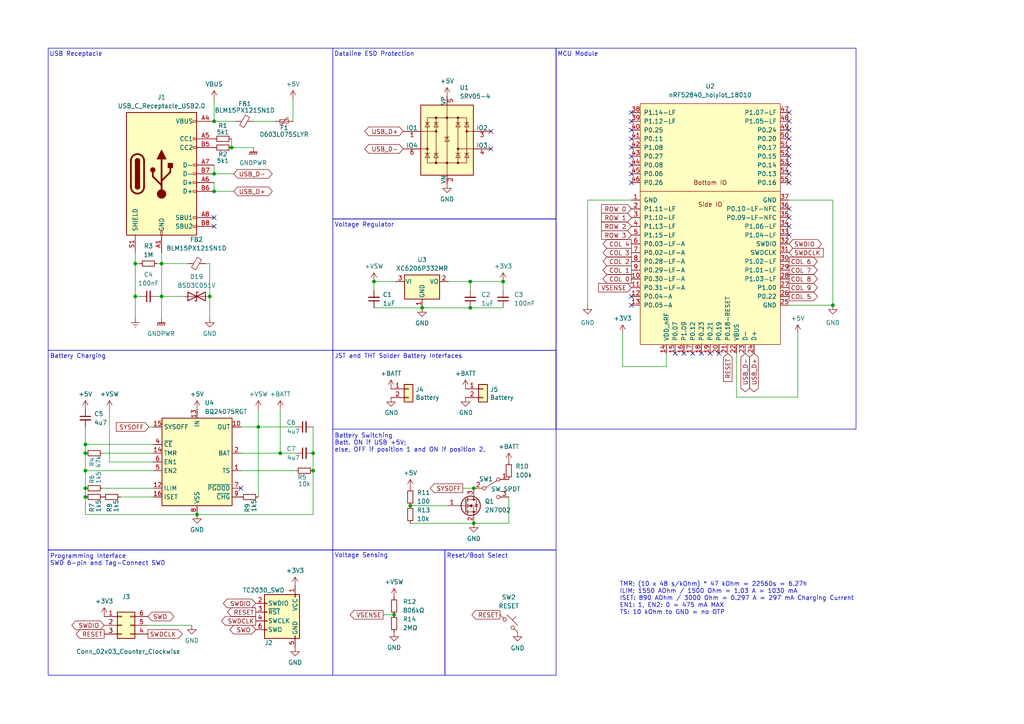
<source format=kicad_sch>
(kicad_sch (version 20230121) (generator eeschema)
  (paper "A4")
  (lib_symbols
    (symbol "Battery_Management:BQ24075RGT"
      (property "Reference" "U" (at -8.89 13.97 0))
      (property "Value" "BQ24075RGT" (at 16.51 13.97 0))
      (symbol "BQ24075RGT_1_1"
        (pin passive line (at 12.7 -2.54 180) (length 2.54) (name "TS") (number "1"))
        (pin power_out line (at 12.7 10.16 180) (length 2.54) (name "OUT") (number "10"))
        (pin passive line (at 12.7 10.16 180) (length 2.54) hide (name "OUT") (number "11"))
        (pin passive line (at -12.7 -7.62 0) (length 2.54) (name "ILIM") (number "12"))
        (pin power_in line (at 0 15.24 270) (length 2.54) (name "IN") (number "13"))
        (pin input line (at -12.7 2.54 0) (length 2.54) (name "TMR") (number "14"))
        (pin input line (at -12.7 10.16 0) (length 2.54) (name "SYSOFF") (number "15"))
        (pin passive line (at -12.7 -10.16 0) (length 2.54) (name "ISET") (number "16"))
        (pin passive line (at 0 -15.24 90) (length 2.54) hide (name "VSS") (number "17"))
        (pin power_out line (at 12.7 2.54 180) (length 2.54) (name "BAT") (number "2"))
        (pin passive line (at 12.7 2.54 180) (length 2.54) hide (name "BAT") (number "3"))
        (pin input line (at -12.7 5.08 0) (length 2.54) (name "~{CE}") (number "4"))
        (pin input line (at -12.7 -2.54 0) (length 2.54) (name "EN2") (number "5"))
        (pin input line (at -12.7 0 0) (length 2.54) (name "EN1") (number "6"))
        (pin open_collector line (at 12.7 -7.62 180) (length 2.54) (name "~{PGOOD}") (number "7"))
        (pin power_in line (at 0 -15.24 90) (length 2.54) (name "VSS") (number "8"))
        (pin open_collector line (at 12.7 -10.16 180) (length 2.54) (name "~{CHG}") (number "9"))
      )
    )
    (symbol "Connector:USB_C_Receptacle_USB2.0" (pin_names (offset 1.016))
      (property "Reference" "J" (at -10.16 19.05 0))
      (property "Value" "USB_C_Receptacle_USB2.0" (at 19.05 19.05 0))
      (symbol "USB_C_Receptacle_USB2.0_1_1"
        (pin passive line (at 0 -22.86 90) (length 5.08) (name "GND") (number "A1"))
        (pin passive line (at 0 -22.86 90) (length 5.08) hide (name "GND") (number "A12"))
        (pin passive line (at 15.24 15.24 180) (length 5.08) (name "VBUS") (number "A4"))
        (pin bidirectional line (at 15.24 10.16 180) (length 5.08) (name "CC1") (number "A5"))
        (pin bidirectional line (at 15.24 -2.54 180) (length 5.08) (name "D+") (number "A6"))
        (pin bidirectional line (at 15.24 2.54 180) (length 5.08) (name "D-") (number "A7"))
        (pin bidirectional line (at 15.24 -12.7 180) (length 5.08) (name "SBU1") (number "A8"))
        (pin passive line (at 15.24 15.24 180) (length 5.08) hide (name "VBUS") (number "A9"))
        (pin passive line (at 0 -22.86 90) (length 5.08) hide (name "GND") (number "B1"))
        (pin passive line (at 0 -22.86 90) (length 5.08) hide (name "GND") (number "B12"))
        (pin passive line (at 15.24 15.24 180) (length 5.08) hide (name "VBUS") (number "B4"))
        (pin bidirectional line (at 15.24 7.62 180) (length 5.08) (name "CC2") (number "B5"))
        (pin bidirectional line (at 15.24 -5.08 180) (length 5.08) (name "D+") (number "B6"))
        (pin bidirectional line (at 15.24 0 180) (length 5.08) (name "D-") (number "B7"))
        (pin bidirectional line (at 15.24 -15.24 180) (length 5.08) (name "SBU2") (number "B8"))
        (pin passive line (at 15.24 15.24 180) (length 5.08) hide (name "VBUS") (number "B9"))
        (pin passive line (at -7.62 -22.86 90) (length 5.08) (name "SHIELD") (number "S1"))
      )
    )
    (symbol "Connector_Generic:Conn_02x03_Counter_Clockwise" (pin_names (offset 1.016) hide)
      (property "Reference" "J" (at 1.27 5.08 0))
      (property "Value" "Conn_02x03_Counter_Clockwise" (at 1.27 -5.08 0))
      (symbol "Conn_02x03_Counter_Clockwise_1_1"
        (pin passive line (at -5.08 2.54 0) (length 3.81) (name "Pin_1") (number "1"))
        (pin passive line (at -5.08 0 0) (length 3.81) (name "Pin_2") (number "2"))
        (pin passive line (at -5.08 -2.54 0) (length 3.81) (name "Pin_3") (number "3"))
        (pin passive line (at 7.62 -2.54 180) (length 3.81) (name "Pin_4") (number "4"))
        (pin passive line (at 7.62 0 180) (length 3.81) (name "Pin_5") (number "5"))
        (pin passive line (at 7.62 2.54 180) (length 3.81) (name "Pin_6") (number "6"))
      )
    )
    (symbol "Connector_Generic_MountingPin:Conn_01x02_MountingPin" (pin_names (offset 1.016) hide)
      (property "Reference" "J4" (at 2.032 -0.2032 0))
      (property "Value" "Battery" (at 2.032 -2.5146 0))
      (symbol "Conn_01x02_MountingPin_1_1"
        (pin passive line (at -5.08 0 0) (length 3.81) (name "Pin_1") (number "1"))
        (pin passive line (at -5.08 -2.54 0) (length 3.81) (name "Pin_2") (number "2"))
      )
    )
    (symbol "Device:C_Small" (pin_numbers hide) (pin_names (offset 0.254) hide)
      (property "Reference" "C" (at 0.254 1.778 0))
      (property "Value" "C_Small" (at 0.254 -2.032 0))
      (symbol "C_Small_1_1"
        (pin passive line (at 0 2.54 270) (length 2.032) (name "~") (number "1"))
        (pin passive line (at 0 -2.54 90) (length 2.032) (name "~") (number "2"))
      )
    )
    (symbol "Device:D_TVS" (pin_numbers hide) (pin_names (offset 1.016) hide)
      (property "Reference" "D" (at 0 2.54 0))
      (property "Value" "D_TVS" (at 0 -2.54 0))
      (symbol "D_TVS_1_1"
        (pin passive line (at -3.81 0 0) (length 2.54) (name "A1") (number "1"))
        (pin passive line (at 3.81 0 180) (length 2.54) (name "A2") (number "2"))
      )
    )
    (symbol "Device:FerriteBead_Small" (pin_numbers hide) (pin_names (offset 0))
      (property "Reference" "FB" (at 1.905 1.27 0))
      (property "Value" "FerriteBead_Small" (at 1.905 -1.27 0))
      (symbol "FerriteBead_Small_1_1"
        (pin passive line (at 0 2.54 270) (length 1.27) (name "~") (number "1"))
        (pin passive line (at 0 -2.54 90) (length 1.27) (name "~") (number "2"))
      )
    )
    (symbol "Device:Polyfuse_Small" (pin_numbers hide) (pin_names (offset 0))
      (property "Reference" "F" (at -1.905 0 90))
      (property "Value" "Polyfuse_Small" (at 1.905 0 90))
      (symbol "Polyfuse_Small_1_1"
        (pin passive line (at 0 2.54 270) (length 0.635) (name "~") (number "1"))
        (pin passive line (at 0 -2.54 90) (length 0.635) (name "~") (number "2"))
      )
    )
    (symbol "Device:R_Small" (pin_numbers hide) (pin_names (offset 0.254) hide)
      (property "Reference" "R" (at 0.762 0.508 0))
      (property "Value" "R_Small" (at 0.762 -1.016 0))
      (symbol "R_Small_1_1"
        (pin passive line (at 0 2.54 270) (length 0.762) (name "~") (number "1"))
        (pin passive line (at 0 -2.54 90) (length 0.762) (name "~") (number "2"))
      )
    )
    (symbol "Diode:BAV70" (pin_names (offset 0.762) hide)
      (property "Reference" "D" (at 0.635 -2.54 0))
      (property "Value" "BAV70" (at 0 2.54 0))
      (symbol "BAV70_0_1"
        (pin passive line (at -7.62 0 0) (length 3.81) (name "A") (number "1"))
        (pin passive line (at 7.62 0 180) (length 3.81) (name "A") (number "2"))
        (pin passive line (at 0 -5.08 90) (length 2.54) (name "K") (number "3"))
      )
    )
    (symbol "MX_Alps_Hybrid:MX-NoLED" (pin_names (offset 1.016))
      (property "Reference" "MX" (at -0.635 3.81 0))
      (property "Value" "MX_Alps_Hybrid_MX-NoLED" (at -0.635 1.27 0))
      (symbol "MX-NoLED_0_0"
        (text "COL" (at 3.175 0 0) (effects (font (size 0.762 0.762))))
        (text "ROW" (at 0 -1.905 900) (effects (font (size 0.762 0.762)) (justify right)))
      )
      (symbol "MX-NoLED_1_1"
        (pin passive line (at 3.81 1.27 180) (length 2.54) (name "COL") (number "1"))
        (pin passive line (at -1.27 -3.81 90) (length 2.54) (name "ROW") (number "2"))
      )
    )
    (symbol "PCM_marbastlib-various:SRV05-4" (pin_names (offset 0))
      (property "Reference" "U" (at -5.08 11.43 0))
      (property "Value" "SRV05-4" (at 2.54 11.43 0))
      (symbol "SRV05-4_1_1"
        (pin passive line (at -12.7 2.54 0) (length 5.08) (name "IO1") (number "1"))
        (pin passive line (at 0 -12.7 90) (length 2.54) (name "VN") (number "2"))
        (pin passive line (at 12.7 2.54 180) (length 5.08) (name "IO2") (number "3"))
        (pin passive line (at 12.7 -2.54 180) (length 5.08) (name "IO3") (number "4"))
        (pin passive line (at 0 12.7 270) (length 2.54) (name "VP") (number "5"))
        (pin passive line (at -12.7 -2.54 0) (length 5.08) (name "IO4") (number "6"))
      )
    )
    (symbol "PCM_marbastlib-various:TC2030_SWD" (pin_names (offset 1.016))
      (property "Reference" "J" (at -3.81 -6.35 0))
      (property "Value" "TC2030_SWD" (at -10.16 8.89 0))
      (symbol "TC2030_SWD_1_1"
        (pin passive line (at 5.08 10.16 270) (length 2.54) (name "VCC") (number "1"))
        (pin passive line (at -6.35 5.08 0) (length 2.54) (name "SWDIO") (number "2"))
        (pin passive line (at -6.35 2.54 0) (length 2.54) (name "~{RST}") (number "3"))
        (pin passive line (at -6.35 0 0) (length 2.54) (name "SWCLK") (number "4"))
        (pin passive line (at 5.08 -7.62 90) (length 2.54) (name "GND") (number "5"))
        (pin passive line (at -6.35 -2.54 0) (length 2.54) (name "SWO") (number "6"))
      )
    )
    (symbol "PCM_marbastlib-various:nRF52840_holyiot_18010" (pin_names (offset 1.016))
      (property "Reference" "U" (at 0 30.48 0))
      (property "Value" "nRF52840_holyiot_18010" (at 0 27.94 0))
      (symbol "nRF52840_holyiot_18010_0_0"
        (text "Bottom IO" (at 0 2.54 0) (effects (font (size 1.27 1.27))))
        (text "Side IO" (at 0 -3.81 0) (effects (font (size 1.27 1.27))))
      )
      (symbol "nRF52840_holyiot_18010_1_1"
        (pin power_in line (at -22.86 -2.54 0) (length 2.54) (name "GND") (number "1"))
        (pin bidirectional line (at -22.86 -25.4 0) (length 2.54) (name "P0.30-LF-A") (number "10"))
        (pin bidirectional line (at -22.86 -27.94 0) (length 2.54) (name "P0.31-LF-A") (number "11"))
        (pin bidirectional line (at -22.86 -30.48 0) (length 2.54) (name "P0.04-A") (number "12"))
        (pin bidirectional line (at -22.86 -33.02 0) (length 2.54) (name "P0.05-A") (number "13"))
        (pin power_in line (at -12.7 -46.99 90) (length 2.54) (name "VDD_nRF") (number "14"))
        (pin bidirectional line (at -10.16 -46.99 90) (length 2.54) (name "P0.07") (number "15"))
        (pin bidirectional line (at -7.62 -46.99 90) (length 2.54) (name "P1.09") (number "16"))
        (pin bidirectional line (at -5.08 -46.99 90) (length 2.54) (name "P0.12") (number "17"))
        (pin bidirectional line (at -2.54 -46.99 90) (length 2.54) (name "P0.23") (number "18"))
        (pin bidirectional line (at 0 -46.99 90) (length 2.54) (name "P0.21") (number "19"))
        (pin bidirectional line (at -22.86 -5.08 0) (length 2.54) (name "P1.11-LF") (number "2"))
        (pin bidirectional line (at 2.54 -46.99 90) (length 2.54) (name "P0.19") (number "20"))
        (pin input line (at 5.08 -46.99 90) (length 2.54) (name "P0.18-RESET") (number "21"))
        (pin power_in line (at 7.62 -46.99 90) (length 2.54) (name "VBUS") (number "22"))
        (pin bidirectional line (at 10.16 -46.99 90) (length 2.54) (name "D-") (number "23"))
        (pin bidirectional line (at 12.7 -46.99 90) (length 2.54) (name "D+") (number "24"))
        (pin power_in line (at 22.86 -33.02 180) (length 2.54) (name "GND") (number "25"))
        (pin bidirectional line (at 22.86 -30.48 180) (length 2.54) (name "P0.22") (number "26"))
        (pin bidirectional line (at 22.86 -27.94 180) (length 2.54) (name "P1.00") (number "27"))
        (pin bidirectional line (at 22.86 -25.4 180) (length 2.54) (name "P1.03-LF") (number "28"))
        (pin bidirectional line (at 22.86 -22.86 180) (length 2.54) (name "P1.01-LF") (number "29"))
        (pin bidirectional line (at -22.86 -7.62 0) (length 2.54) (name "P1.10-LF") (number "3"))
        (pin bidirectional line (at 22.86 -20.32 180) (length 2.54) (name "P1.02-LF") (number "30"))
        (pin bidirectional line (at 22.86 -17.78 180) (length 2.54) (name "SWDCLK") (number "31"))
        (pin bidirectional line (at 22.86 -15.24 180) (length 2.54) (name "SWDIO") (number "32"))
        (pin bidirectional line (at 22.86 -12.7 180) (length 2.54) (name "P1.04-LF") (number "33"))
        (pin bidirectional line (at 22.86 -10.16 180) (length 2.54) (name "P1.06-LF") (number "34"))
        (pin bidirectional line (at 22.86 -7.62 180) (length 2.54) (name "P0.09-LF-NFC") (number "35"))
        (pin bidirectional line (at 22.86 -5.08 180) (length 2.54) (name "P0.10-LF-NFC") (number "36"))
        (pin power_in line (at 22.86 -2.54 180) (length 2.54) (name "GND") (number "37"))
        (pin bidirectional line (at -22.86 22.86 0) (length 2.54) (name "P1.14-LF") (number "38"))
        (pin bidirectional line (at -22.86 20.32 0) (length 2.54) (name "P1.12-LF") (number "39"))
        (pin bidirectional line (at -22.86 -10.16 0) (length 2.54) (name "P1.13-LF") (number "4"))
        (pin bidirectional line (at -22.86 17.78 0) (length 2.54) (name "P0.25") (number "40"))
        (pin bidirectional line (at -22.86 15.24 0) (length 2.54) (name "P0.11") (number "41"))
        (pin bidirectional line (at -22.86 12.7 0) (length 2.54) (name "P1.08") (number "42"))
        (pin bidirectional line (at -22.86 10.16 0) (length 2.54) (name "P0.27") (number "43"))
        (pin bidirectional line (at -22.86 7.62 0) (length 2.54) (name "P0.08") (number "44"))
        (pin bidirectional line (at -22.86 5.08 0) (length 2.54) (name "P0.06") (number "45"))
        (pin bidirectional line (at -22.86 2.54 0) (length 2.54) (name "P0.26") (number "46"))
        (pin bidirectional line (at 22.86 22.86 180) (length 2.54) (name "P1.07-LF") (number "47"))
        (pin bidirectional line (at 22.86 20.32 180) (length 2.54) (name "P1.05-LF") (number "48"))
        (pin bidirectional line (at 22.86 17.78 180) (length 2.54) (name "P0.24") (number "49"))
        (pin bidirectional line (at -22.86 -12.7 0) (length 2.54) (name "P1.15-LF") (number "5"))
        (pin bidirectional line (at 22.86 15.24 180) (length 2.54) (name "P0.20") (number "50"))
        (pin bidirectional line (at 22.86 12.7 180) (length 2.54) (name "P0.17") (number "51"))
        (pin bidirectional line (at 22.86 10.16 180) (length 2.54) (name "P0.15") (number "52"))
        (pin bidirectional line (at 22.86 7.62 180) (length 2.54) (name "P0.14") (number "53"))
        (pin bidirectional line (at 22.86 5.08 180) (length 2.54) (name "P0.13") (number "54"))
        (pin bidirectional line (at 22.86 2.54 180) (length 2.54) (name "P0.16") (number "55"))
        (pin bidirectional line (at -22.86 -15.24 0) (length 2.54) (name "P0.03-LF-A") (number "6"))
        (pin bidirectional line (at -22.86 -17.78 0) (length 2.54) (name "P0.02-LF-A") (number "7"))
        (pin bidirectional line (at -22.86 -20.32 0) (length 2.54) (name "P0.28-LF-A") (number "8"))
        (pin bidirectional line (at -22.86 -22.86 0) (length 2.54) (name "P0.29-LF-A") (number "9"))
      )
    )
    (symbol "Regulator_Linear:XC6206PxxxMR" (pin_names (offset 0.254))
      (property "Reference" "U" (at -3.81 3.175 0))
      (property "Value" "XC6206PxxxMR" (at 0 3.175 0))
      (symbol "XC6206PxxxMR_1_1"
        (pin power_in line (at 0 -7.62 90) (length 2.54) (name "GND") (number "1"))
        (pin power_out line (at 7.62 0 180) (length 2.54) (name "VO") (number "2"))
        (pin power_in line (at -7.62 0 0) (length 2.54) (name "VI") (number "3"))
      )
    )
    (symbol "Switch:SW_Push_45deg" (pin_numbers hide) (pin_names (offset 1.016) hide)
      (property "Reference" "SW" (at 3.048 1.016 0))
      (property "Value" "SW_Push_45deg" (at 0 -3.81 0))
      (symbol "SW_Push_45deg_0_1"
        (pin passive line (at -2.54 2.54 0) (length 0) (name "1") (number "1"))
        (pin passive line (at 2.54 -2.54 180) (length 0) (name "2") (number "2"))
      )
    )
    (symbol "Switch:SW_SPDT" (pin_names (offset 0) hide)
      (property "Reference" "SW" (at 0 4.318 0))
      (property "Value" "SW_SPDT" (at 0 -5.08 0))
      (symbol "SW_SPDT_1_1"
        (pin passive line (at 5.08 2.54 180) (length 2.54) (name "A") (number "1"))
        (pin passive line (at -5.08 0 0) (length 2.54) (name "B") (number "2"))
        (pin passive line (at 5.08 -2.54 180) (length 2.54) (name "C") (number "3"))
      )
    )
    (symbol "Transistor_FET:2N7002" (pin_names hide)
      (property "Reference" "Q" (at 5.08 1.905 0))
      (property "Value" "2N7002" (at 5.08 0 0))
      (symbol "2N7002_1_1"
        (pin input line (at -5.08 0 0) (length 2.54) (name "G") (number "1"))
        (pin passive line (at 2.54 -5.08 90) (length 2.54) (name "S") (number "2"))
        (pin passive line (at 2.54 5.08 270) (length 2.54) (name "D") (number "3"))
      )
    )
    (symbol "power:+3V3" (power) (pin_names (offset 0))
      (property "Value" "+3V3" (at 0 3.556 0))
      (symbol "+3V3_1_1"
        (pin power_in line (at 0 0 90) (length 0) hide (name "+3V3") (number "1"))
      )
    )
    (symbol "power:+5V" (power) (pin_names (offset 0))
      (property "Value" "+5V" (at 0 3.556 0))
      (symbol "+5V_1_1"
        (pin power_in line (at 0 0 90) (length 0) hide (name "+5V") (number "1"))
      )
    )
    (symbol "power:+BATT" (power) (pin_names (offset 0))
      (property "Value" "+BATT" (at 0 3.556 0))
      (symbol "+BATT_1_1"
        (pin power_in line (at 0 0 90) (length 0) hide (name "+BATT") (number "1"))
      )
    )
    (symbol "power:+VSW" (power) (pin_names (offset 0))
      (property "Value" "+VSW" (at 0 3.556 0))
      (symbol "+VSW_1_1"
        (pin power_in line (at 0 0 90) (length 0) hide (name "+VSW") (number "1"))
      )
    )
    (symbol "power:Earth" (power) (pin_names (offset 0))
      (symbol "Earth_1_1"
        (pin power_in line (at 0 0 270) (length 0) hide (name "Earth") (number "1"))
      )
    )
    (symbol "power:GND" (power) (pin_names (offset 0))
      (property "Value" "GND" (at 0 -3.81 0))
      (symbol "GND_1_1"
        (pin power_in line (at 0 0 270) (length 0) hide (name "GND") (number "1"))
      )
    )
    (symbol "power:GNDPWR" (power) (pin_names (offset 0))
      (property "Value" "GNDPWR" (at 0 -3.302 0))
      (symbol "GNDPWR_1_1"
        (pin power_in line (at 0 0 270) (length 0) hide (name "GNDPWR") (number "1"))
      )
    )
    (symbol "power:VBUS" (power) (pin_names (offset 0))
      (property "Value" "VBUS" (at 0 3.81 0))
      (symbol "VBUS_1_1"
        (pin power_in line (at 0 0 90) (length 0) hide (name "VBUS") (number "1"))
      )
    )
  )
  (junction (at 24.765 141.605))
  (junction (at 24.765 144.145))
  (junction (at 118.999 146.685))
  (junction (at 99.695 -48.26))
  (junction (at 90.805 -40.64))
  (junction (at 56.515 -12.7))
  (junction (at 56.515 -30.48))
  (junction (at 241.554 88.519))
  (junction (at 47.625 -58.42))
  (junction (at 90.805 -76.2))
  (junction (at 122.428 89.281))
  (junction (at 81.28 131.445))
  (junction (at 137.414 141.605))
  (junction (at 112.395 -40.64))
  (junction (at 69.215 -76.2))
  (junction (at 46.863 76.454))
  (junction (at 46.863 85.979))
  (junction (at 155.575 -58.42))
  (junction (at 136.398 81.661))
  (junction (at 62.103 50.419))
  (junction (at 142.875 -12.7))
  (junction (at 133.985 -76.2))
  (junction (at 69.215 -58.42))
  (junction (at 62.103 55.499))
  (junction (at 133.985 -58.42))
  (junction (at 56.515 -48.26))
  (junction (at 60.833 85.979))
  (junction (at 186.055 -48.26))
  (junction (at 74.93 123.825))
  (junction (at 108.458 81.661))
  (junction (at 186.055 -66.04))
  (junction (at 67.183 42.799))
  (junction (at 241.935 -58.42))
  (junction (at 142.875 -30.48))
  (junction (at 145.923 81.661))
  (junction (at 112.395 -58.42))
  (junction (at 198.755 -40.64))
  (junction (at 220.345 -76.2))
  (junction (at 114.3 178.308))
  (junction (at 99.695 -66.04))
  (junction (at 220.345 -58.42))
  (junction (at 90.805 -58.42))
  (junction (at 112.395 -76.2))
  (junction (at 177.165 -40.64))
  (junction (at 90.805 131.445))
  (junction (at 241.935 -40.64))
  (junction (at 24.765 128.905))
  (junction (at 47.625 -40.64))
  (junction (at 177.165 -58.42))
  (junction (at 177.165 -76.2))
  (junction (at 47.625 -76.2))
  (junction (at 57.15 149.225))
  (junction (at 24.765 136.525))
  (junction (at 99.695 -30.48))
  (junction (at 198.755 -76.2))
  (junction (at 24.765 131.445))
  (junction (at 155.575 -76.2))
  (junction (at 241.935 -76.2))
  (junction (at 142.875 -48.26))
  (junction (at 90.805 136.525))
  (junction (at 56.515 -66.04))
  (junction (at 39.243 76.454))
  (junction (at 136.398 89.281))
  (junction (at 142.875 -66.04))
  (junction (at 39.243 85.979))
  (junction (at 198.755 -58.42))
  (junction (at 62.103 35.179))
  (junction (at 137.414 151.765))
  (junction (at 186.055 -30.48))
  (no_connect (at 228.854 68.199))
  (no_connect (at 183.134 52.959))
  (no_connect (at 183.134 40.259))
  (no_connect (at 120.015 -24.13))
  (no_connect (at 114.935 -19.05))
  (no_connect (at 198.374 102.489))
  (no_connect (at 183.134 88.519))
  (no_connect (at 62.103 65.659))
  (no_connect (at 228.854 60.579))
  (no_connect (at 228.854 37.719))
  (no_connect (at 228.854 52.959))
  (no_connect (at 228.854 63.119))
  (no_connect (at 228.854 65.659))
  (no_connect (at 205.994 102.489))
  (no_connect (at 183.134 85.979))
  (no_connect (at 195.834 102.489))
  (no_connect (at 228.854 35.179))
  (no_connect (at 142.367 38.1))
  (no_connect (at 203.454 102.489))
  (no_connect (at 228.854 32.639))
  (no_connect (at 142.367 43.18))
  (no_connect (at 183.134 37.719))
  (no_connect (at 228.854 40.259))
  (no_connect (at 183.134 35.179))
  (no_connect (at 183.134 45.339))
  (no_connect (at 228.854 47.879))
  (no_connect (at 228.854 50.419))
  (no_connect (at 200.914 102.489))
  (no_connect (at 62.103 63.119))
  (no_connect (at 183.134 32.639))
  (no_connect (at 183.134 50.419))
  (no_connect (at 228.854 42.799))
  (no_connect (at 183.134 42.799))
  (no_connect (at 208.534 102.489))
  (no_connect (at 183.134 47.879))
  (no_connect (at 69.85 141.605))
  (no_connect (at 228.854 45.339))
  (no_connect (at 169.545 -24.13))
  (no_connect (at 164.465 -19.05))
  (wire (pts (xy 213.614 115.189) (xy 231.394 115.189)))
  (wire (pts (xy 133.985 -76.2) (xy 133.985 -58.42)))
  (wire (pts (xy 198.755 -76.2) (xy 198.755 -58.42)))
  (wire (pts (xy 39.243 85.979) (xy 40.513 85.979)))
  (wire (pts (xy 142.875 -48.26) (xy 99.695 -48.26)))
  (wire (pts (xy 111.125 178.308) (xy 114.3 178.308)))
  (wire (pts (xy 62.103 35.179) (xy 68.453 35.179)))
  (wire (pts (xy 186.055 -66.04) (xy 229.235 -66.04)))
  (wire (pts (xy 85.725 -53.34) (xy 92.075 -53.34)))
  (wire (pts (xy 147.574 151.765) (xy 137.414 151.765)))
  (wire (pts (xy 44.45 136.525) (xy 24.765 136.525)))
  (wire (pts (xy 228.854 88.519) (xy 241.554 88.519)))
  (wire (pts (xy 177.165 -76.2) (xy 177.165 -58.42)))
  (wire (pts (xy 180.594 96.774) (xy 180.594 106.299)))
  (wire (pts (xy 29.845 141.605) (xy 44.45 141.605)))
  (wire (pts (xy 150.495 -17.78) (xy 172.085 -17.78)))
  (wire (pts (xy 46.863 85.979) (xy 46.863 92.329)))
  (wire (pts (xy 241.935 -40.64) (xy 241.935 -22.86)))
  (wire (pts (xy 81.28 131.445) (xy 85.725 131.445)))
  (wire (pts (xy 67.183 40.259) (xy 67.183 42.799)))
  (wire (pts (xy 24.765 141.605) (xy 24.765 144.145)))
  (wire (pts (xy 62.103 52.959) (xy 62.103 55.499)))
  (wire (pts (xy 67.183 42.799) (xy 73.533 42.799)))
  (wire (pts (xy 215.265 -53.34) (xy 221.615 -53.34)))
  (wire (pts (xy 39.243 76.454) (xy 39.243 85.979)))
  (wire (pts (xy 215.265 -35.56) (xy 221.615 -35.56)))
  (wire (pts (xy 34.925 -30.48) (xy 56.515 -30.48)))
  (wire (pts (xy 31.75 133.985) (xy 31.75 118.745)))
  (wire (pts (xy 47.625 -40.64) (xy 47.625 -22.86)))
  (wire (pts (xy 136.398 81.661) (xy 136.398 84.201)))
  (wire (pts (xy 46.863 73.279) (xy 46.863 76.454)))
  (wire (pts (xy 90.805 -76.2) (xy 90.805 -58.42)))
  (wire (pts (xy 241.935 -82.55) (xy 241.935 -76.2)))
  (wire (pts (xy 107.315 -17.78) (xy 135.255 -17.78)))
  (wire (pts (xy 241.935 -76.2) (xy 241.935 -58.42)))
  (wire (pts (xy 177.165 -40.64) (xy 177.165 -22.86)))
  (wire (pts (xy 24.765 123.825) (xy 24.765 128.905)))
  (wire (pts (xy 24.765 131.445) (xy 24.765 128.905)))
  (wire (pts (xy 241.935 -58.42) (xy 241.935 -40.64)))
  (wire (pts (xy 128.905 -71.12) (xy 135.255 -71.12)))
  (wire (pts (xy 108.458 81.661) (xy 114.808 81.661)))
  (wire (pts (xy 34.925 -66.04) (xy 56.515 -66.04)))
  (wire (pts (xy 62.103 55.499) (xy 67.818 55.499)))
  (wire (pts (xy 108.458 89.281) (xy 122.428 89.281)))
  (wire (pts (xy 177.165 -58.42) (xy 177.165 -40.64)))
  (wire (pts (xy 112.395 -40.64) (xy 112.395 -22.86)))
  (wire (pts (xy 142.875 -66.04) (xy 186.055 -66.04)))
  (wire (pts (xy 69.85 136.525) (xy 85.725 136.525)))
  (wire (pts (xy 198.755 -40.64) (xy 198.755 -22.86)))
  (wire (pts (xy 128.905 -53.34) (xy 135.255 -53.34)))
  (wire (pts (xy 39.243 85.979) (xy 39.243 92.329)))
  (wire (pts (xy 73.533 35.179) (xy 79.883 35.179)))
  (wire (pts (xy 47.625 -58.42) (xy 47.625 -40.64)))
  (wire (pts (xy 24.765 128.905) (xy 44.45 128.905)))
  (wire (pts (xy 45.593 76.454) (xy 46.863 76.454)))
  (wire (pts (xy 46.863 76.454) (xy 54.483 76.454)))
  (wire (pts (xy 60.833 85.979) (xy 60.833 76.454)))
  (wire (pts (xy 90.805 131.445) (xy 90.805 136.525)))
  (wire (pts (xy 133.985 -82.55) (xy 133.985 -76.2)))
  (wire (pts (xy 112.395 -76.2) (xy 112.395 -58.42)))
  (wire (pts (xy 155.575 -58.42) (xy 155.575 -40.64)))
  (wire (pts (xy 155.575 -82.55) (xy 155.575 -76.2)))
  (wire (pts (xy 42.545 -53.34) (xy 48.895 -53.34)))
  (wire (pts (xy 122.428 89.281) (xy 136.398 89.281)))
  (wire (pts (xy 44.45 133.985) (xy 31.75 133.985)))
  (wire (pts (xy 198.755 -82.55) (xy 198.755 -76.2)))
  (wire (pts (xy 90.805 -82.55) (xy 90.805 -76.2)))
  (wire (pts (xy 186.055 -48.26) (xy 142.875 -48.26)))
  (wire (pts (xy 183.134 58.039) (xy 170.434 58.039)))
  (wire (pts (xy 130.048 81.661) (xy 136.398 81.661)))
  (wire (pts (xy 45.593 85.979) (xy 46.863 85.979)))
  (wire (pts (xy 142.875 -12.7) (xy 229.235 -12.7)))
  (wire (pts (xy 133.985 -58.42) (xy 133.985 -40.64)))
  (wire (pts (xy 62.103 50.419) (xy 67.818 50.419)))
  (wire (pts (xy 90.805 123.825) (xy 90.805 131.445)))
  (wire (pts (xy 90.805 -40.64) (xy 90.805 -22.86)))
  (wire (pts (xy 24.765 136.525) (xy 24.765 141.605)))
  (wire (pts (xy 56.515 -30.48) (xy 99.695 -30.48)))
  (wire (pts (xy 241.554 88.519) (xy 241.554 58.039)))
  (wire (pts (xy 60.833 76.454) (xy 59.563 76.454)))
  (wire (pts (xy 62.103 47.879) (xy 62.103 50.419)))
  (wire (pts (xy 90.805 136.525) (xy 90.805 149.225)))
  (wire (pts (xy 112.395 -82.55) (xy 112.395 -76.2)))
  (wire (pts (xy 34.925 -48.26) (xy 56.515 -48.26)))
  (wire (pts (xy 136.398 81.661) (xy 145.923 81.661)))
  (wire (pts (xy 74.93 123.825) (xy 85.725 123.825)))
  (wire (pts (xy 43.18 123.825) (xy 44.45 123.825)))
  (wire (pts (xy 34.925 -12.7) (xy 56.515 -12.7)))
  (wire (pts (xy 69.85 131.445) (xy 81.28 131.445)))
  (wire (pts (xy 85.725 -35.56) (xy 92.075 -35.56)))
  (wire (pts (xy 180.594 106.299) (xy 193.294 106.299)))
  (wire (pts (xy 69.85 123.825) (xy 74.93 123.825)))
  (wire (pts (xy 99.695 -66.04) (xy 142.875 -66.04)))
  (wire (pts (xy 220.345 -58.42) (xy 220.345 -40.64)))
  (wire (pts (xy 118.999 151.765) (xy 137.414 151.765)))
  (wire (pts (xy 241.554 58.039) (xy 228.854 58.039)))
  (wire (pts (xy 39.243 73.279) (xy 39.243 76.454)))
  (wire (pts (xy 213.614 102.489) (xy 213.614 115.189)))
  (wire (pts (xy 90.805 149.225) (xy 57.15 149.225)))
  (wire (pts (xy 64.135 -17.78) (xy 85.725 -17.78)))
  (wire (pts (xy 155.575 -76.2) (xy 155.575 -58.42)))
  (wire (pts (xy 29.845 131.445) (xy 44.45 131.445)))
  (wire (pts (xy 229.235 -48.26) (xy 186.055 -48.26)))
  (wire (pts (xy 193.294 102.489) (xy 193.294 106.299)))
  (wire (pts (xy 47.625 -76.2) (xy 47.625 -58.42)))
  (wire (pts (xy 56.515 -66.04) (xy 99.695 -66.04)))
  (wire (pts (xy 57.15 149.225) (xy 24.765 149.225)))
  (wire (pts (xy 62.103 28.829) (xy 62.103 35.179)))
  (wire (pts (xy 128.905 -35.56) (xy 135.255 -35.56)))
  (wire (pts (xy 172.085 -53.34) (xy 178.435 -53.34)))
  (wire (pts (xy 108.458 81.661) (xy 108.458 84.201)))
  (wire (pts (xy 99.695 -30.48) (xy 142.875 -30.48)))
  (wire (pts (xy 215.265 -71.12) (xy 221.615 -71.12)))
  (wire (pts (xy 74.93 123.825) (xy 74.93 144.145)))
  (wire (pts (xy 84.963 28.829) (xy 84.963 35.179)))
  (wire (pts (xy 74.93 118.745) (xy 74.93 123.825)))
  (wire (pts (xy 147.574 144.145) (xy 147.574 151.765)))
  (wire (pts (xy 170.434 58.039) (xy 170.434 88.519)))
  (wire (pts (xy 39.243 76.454) (xy 40.513 76.454)))
  (wire (pts (xy 220.345 -82.55) (xy 220.345 -76.2)))
  (wire (pts (xy 56.515 -12.7) (xy 142.875 -12.7)))
  (wire (pts (xy 69.215 -76.2) (xy 69.215 -58.42)))
  (wire (pts (xy 112.395 -58.42) (xy 112.395 -40.64)))
  (wire (pts (xy 42.545 -35.56) (xy 48.895 -35.56)))
  (wire (pts (xy 90.805 -58.42) (xy 90.805 -40.64)))
  (wire (pts (xy 46.863 76.454) (xy 46.863 85.979)))
  (wire (pts (xy 34.925 144.145) (xy 44.45 144.145)))
  (wire (pts (xy 186.055 -30.48) (xy 229.235 -30.48)))
  (wire (pts (xy 60.833 92.329) (xy 60.833 85.979)))
  (wire (pts (xy 47.625 -82.55) (xy 47.625 -76.2)))
  (wire (pts (xy 42.545 -71.12) (xy 48.895 -71.12)))
  (wire (pts (xy 42.545 -17.78) (xy 48.895 -17.78)))
  (wire (pts (xy 134.239 141.605) (xy 137.414 141.605)))
  (wire (pts (xy 69.215 -58.42) (xy 69.215 -40.64)))
  (wire (pts (xy 81.28 131.445) (xy 81.28 118.745)))
  (wire (pts (xy 172.085 -35.56) (xy 178.435 -35.56)))
  (wire (pts (xy 198.755 -58.42) (xy 198.755 -40.64)))
  (wire (pts (xy 142.875 -30.48) (xy 186.055 -30.48)))
  (wire (pts (xy 177.165 -82.55) (xy 177.165 -76.2)))
  (wire (pts (xy 42.926 181.356) (xy 55.626 181.356)))
  (wire (pts (xy 118.999 146.685) (xy 129.794 146.685)))
  (wire (pts (xy 69.215 -82.55) (xy 69.215 -76.2)))
  (wire (pts (xy 231.394 96.774) (xy 231.394 115.189)))
  (wire (pts (xy 46.863 85.979) (xy 53.213 85.979)))
  (wire (pts (xy 85.725 -71.12) (xy 92.075 -71.12)))
  (wire (pts (xy 220.345 -76.2) (xy 220.345 -58.42)))
  (wire (pts (xy 99.695 -48.26) (xy 56.515 -48.26)))
  (wire (pts (xy 24.765 131.445) (xy 24.765 136.525)))
  (wire (pts (xy 136.398 89.281) (xy 145.923 89.281)))
  (wire (pts (xy 24.765 149.225) (xy 24.765 144.145)))
  (wire (pts (xy 145.923 81.661) (xy 145.923 84.201)))
  (wire (pts (xy 172.085 -71.12) (xy 178.435 -71.12)))
  (wire (pts (xy 193.675 -17.78) (xy 221.615 -17.78)))
  (rectangle (start 13.97 101.6) (end 96.52 159.512))
  (rectangle (start 96.52 13.97) (end 161.29 63.5))
  (rectangle (start 13.97 13.97) (end 96.52 101.6))
  (rectangle (start 96.52 101.6) (end 161.29 124.46))
  (rectangle (start 96.52 159.512) (end 129.032 195.834))
  (rectangle (start 161.29 13.97) (end 248.285 124.46))
  (rectangle (start 96.52 63.5) (end 161.29 101.6))
  (rectangle (start 13.97 159.512) (end 96.52 195.834))
  (rectangle (start 129.032 159.512) (end 161.29 195.834))
  (rectangle (start 96.52 101.6) (end 161.29 159.512))
  (text "MCU Module\n" (at 161.671 16.51 0) (effects (font (size 1.27 1.27)) (justify left bottom)))
  (text "Reset/Boot Select\n" (at 129.54 162.052 0) (effects (font (size 1.27 1.27)) (justify left bottom)))
  (text "Programming Interface\nSWD 6-pin and Tag-Connect SWD" (at 14.478 164.211 0) (effects (font (size 1.27 1.27)) (justify left bottom)))
  (text "JST and THT Solder Battery Interfaces\n" (at 97.028 104.14 0) (effects (font (size 1.27 1.27)) (justify left bottom)))
  (text "Dataline ESD Protection\n" (at 96.901 16.51 0) (effects (font (size 1.27 1.27)) (justify left bottom)))
  (text "TMR: (10 x 48 s/kOhm) * 47 kOhm = 22560s = 6.27h\nILIM: 1550 AOhm / 1500 Ohm = 1.03 A = 1030 mA\nISET: 890 AOhm / 3000 Ohm = 0.297 A = 297 mA Charging Current\nEN1: 1, EN2: 0 = 475 mA MAX\nTS: 10 kOhm to GND = no OTP" (at 179.705 178.435 0) (effects (font (size 1.27 1.27)) (justify left bottom)))
  (text "USB Receptacle" (at 14.351 16.51 0) (effects (font (size 1.27 1.27)) (justify left bottom)))
  (text "Voltage Sensing" (at 97.028 161.925 0) (effects (font (size 1.27 1.27)) (justify left bottom)))
  (text "Battery Charging" (at 14.478 104.14 0) (effects (font (size 1.27 1.27)) (justify left bottom)))
  (text "Battery Switching\nBatt. ON if USB +5V;\nelse, OFF if position 1 and ON if position 2." (at 97.028 131.318 0) (effects (font (size 1.27 1.27)) (justify left bottom)))
  (text "Voltage Regulator\n" (at 97.028 66.04 0) (effects (font (size 1.27 1.27)) (justify left bottom)))
  (global_label "USB_D-" (shape bidirectional) (at 116.967 43.18 180) (property "Intersheetrefs" "${INTERSHEET_REFS}" (effects hide)))
  (global_label "USB_D-" (shape bidirectional) (at 216.154 102.489 270) (property "Intersheetrefs" "${INTERSHEET_REFS}" (effects hide)))
  (global_label "ROW 1" (shape input) (at 183.134 63.119 180) (property "Intersheetrefs" "${INTERSHEET_REFS}" (effects hide)))
  (global_label "COL 7" (shape input) (at 198.755 -82.55 90) (property "Intersheetrefs" "${INTERSHEET_REFS}" (effects hide)))
  (global_label "ROW 2" (shape input) (at 183.134 65.659 180) (property "Intersheetrefs" "${INTERSHEET_REFS}" (effects hide)))
  (global_label "COL 2" (shape input) (at 90.805 -82.55 90) (property "Intersheetrefs" "${INTERSHEET_REFS}" (effects hide)))
  (global_label "COL 5" (shape input) (at 155.575 -82.55 90) (property "Intersheetrefs" "${INTERSHEET_REFS}" (effects hide)))
  (global_label "COL 1" (shape input) (at 69.215 -82.55 90) (property "Intersheetrefs" "${INTERSHEET_REFS}" (effects hide)))
  (global_label "RESET" (shape output) (at 30.226 183.896 180) (property "Intersheetrefs" "${INTERSHEET_REFS}" (effects hide)))
  (global_label "COL 0" (shape input) (at 47.625 -82.55 90) (property "Intersheetrefs" "${INTERSHEET_REFS}" (effects hide)))
  (global_label "ROW 0" (shape input) (at 183.134 60.579 180) (property "Intersheetrefs" "${INTERSHEET_REFS}" (effects hide)))
  (global_label "SWDCLK" (shape output) (at 74.168 180.086 180) (property "Intersheetrefs" "${INTERSHEET_REFS}" (effects hide)))
  (global_label "ROW 3" (shape output) (at 34.925 -12.7 180) (property "Intersheetrefs" "${INTERSHEET_REFS}" (effects hide)))
  (global_label "COL 6" (shape input) (at 177.165 -82.55 90) (property "Intersheetrefs" "${INTERSHEET_REFS}" (effects hide)))
  (global_label "COL 4" (shape output) (at 183.134 70.739 180) (property "Intersheetrefs" "${INTERSHEET_REFS}" (effects hide)))
  (global_label "USB_D+" (shape bidirectional) (at 67.818 55.499 0) (property "Intersheetrefs" "${INTERSHEET_REFS}" (effects hide)))
  (global_label "COL 3" (shape output) (at 183.134 73.279 180) (property "Intersheetrefs" "${INTERSHEET_REFS}" (effects hide)))
  (global_label "COL 8" (shape output) (at 228.854 80.899 0) (property "Intersheetrefs" "${INTERSHEET_REFS}" (effects hide)))
  (global_label "COL 6" (shape output) (at 228.854 75.819 0) (property "Intersheetrefs" "${INTERSHEET_REFS}" (effects hide)))
  (global_label "COL 8" (shape input) (at 220.345 -82.55 90) (property "Intersheetrefs" "${INTERSHEET_REFS}" (effects hide)))
  (global_label "VSENSE" (shape input) (at 183.134 83.439 180) (property "Intersheetrefs" "${INTERSHEET_REFS}" (effects hide)))
  (global_label "COL 1" (shape output) (at 183.134 78.359 180) (property "Intersheetrefs" "${INTERSHEET_REFS}" (effects hide)))
  (global_label "SWDCLK" (shape input) (at 228.854 73.279 0) (property "Intersheetrefs" "${INTERSHEET_REFS}" (effects hide)))
  (global_label "SWO" (shape bidirectional) (at 74.168 182.626 180) (property "Intersheetrefs" "${INTERSHEET_REFS}" (effects hide)))
  (global_label "USB_D-" (shape bidirectional) (at 67.818 50.419 0) (property "Intersheetrefs" "${INTERSHEET_REFS}" (effects hide)))
  (global_label "VSENSE" (shape output) (at 111.125 178.308 180) (property "Intersheetrefs" "${INTERSHEET_REFS}" (effects hide)))
  (global_label "COL 9" (shape output) (at 228.854 83.439 0) (property "Intersheetrefs" "${INTERSHEET_REFS}" (effects hide)))
  (global_label "COL 0" (shape output) (at 183.134 80.899 180) (property "Intersheetrefs" "${INTERSHEET_REFS}" (effects hide)))
  (global_label "COL 7" (shape output) (at 228.854 78.359 0) (property "Intersheetrefs" "${INTERSHEET_REFS}" (effects hide)))
  (global_label "ROW 0" (shape output) (at 34.925 -66.04 180) (property "Intersheetrefs" "${INTERSHEET_REFS}" (effects hide)))
  (global_label "SWO" (shape bidirectional) (at 42.926 178.816 0) (property "Intersheetrefs" "${INTERSHEET_REFS}" (effects hide)))
  (global_label "USB_D+" (shape bidirectional) (at 116.967 38.1 180) (property "Intersheetrefs" "${INTERSHEET_REFS}" (effects hide)))
  (global_label "SYSOFF" (shape output) (at 134.239 141.605 180) (property "Intersheetrefs" "${INTERSHEET_REFS}" (effects hide)))
  (global_label "COL 4" (shape input) (at 133.985 -82.55 90) (property "Intersheetrefs" "${INTERSHEET_REFS}" (effects hide)))
  (global_label "USB_D+" (shape bidirectional) (at 218.694 102.489 270) (property "Intersheetrefs" "${INTERSHEET_REFS}" (effects hide)))
  (global_label "ROW 1" (shape output) (at 34.925 -48.26 180) (property "Intersheetrefs" "${INTERSHEET_REFS}" (effects hide)))
  (global_label "COL 3" (shape input) (at 112.395 -82.55 90) (property "Intersheetrefs" "${INTERSHEET_REFS}" (effects hide)))
  (global_label "SWDCLK" (shape output) (at 42.926 183.896 0) (property "Intersheetrefs" "${INTERSHEET_REFS}" (effects hide)))
  (global_label "RESET" (shape output) (at 145.034 178.308 180) (property "Intersheetrefs" "${INTERSHEET_REFS}" (effects hide)))
  (global_label "RESET" (shape output) (at 74.168 177.546 180) (property "Intersheetrefs" "${INTERSHEET_REFS}" (effects hide)))
  (global_label "COL 9" (shape input) (at 241.935 -82.55 90) (property "Intersheetrefs" "${INTERSHEET_REFS}" (effects hide)))
  (global_label "RESET" (shape input) (at 211.074 102.489 270) (property "Intersheetrefs" "${INTERSHEET_REFS}" (effects hide)))
  (global_label "SWDIO" (shape bidirectional) (at 30.226 181.356 180) (property "Intersheetrefs" "${INTERSHEET_REFS}" (effects hide)))
  (global_label "COL 5" (shape output) (at 228.854 85.979 0) (property "Intersheetrefs" "${INTERSHEET_REFS}" (effects hide)))
  (global_label "SYSOFF" (shape input) (at 43.18 123.825 180) (property "Intersheetrefs" "${INTERSHEET_REFS}" (effects hide)))
  (global_label "ROW 2" (shape output) (at 34.925 -30.48 180) (property "Intersheetrefs" "${INTERSHEET_REFS}" (effects hide)))
  (global_label "ROW 3" (shape input) (at 183.134 68.199 180) (property "Intersheetrefs" "${INTERSHEET_REFS}" (effects hide)))
  (global_label "SWDIO" (shape bidirectional) (at 74.168 175.006 180) (property "Intersheetrefs" "${INTERSHEET_REFS}" (effects hide)))
  (global_label "COL 2" (shape output) (at 183.134 75.819 180) (property "Intersheetrefs" "${INTERSHEET_REFS}" (effects hide)))
  (global_label "SWDIO" (shape bidirectional) (at 228.854 70.739 0) (property "Intersheetrefs" "${INTERSHEET_REFS}" (effects hide)))
  (symbol (lib_id "Device:R_Small") (at 114.3 175.768 0) (unit 1)
    (property "Reference" "R12" (at 116.84 174.4979 0) (effects (justify left)))
    (property "Value" "806kΩ" (at 116.84 177.0379 0) (effects (justify left)))
    (property "Footprint" "Resistor_SMD:R_0402_1005Metric" (effects hide))
    (property "LCSC" "C3016043" (effects hide))
  )
  (symbol (lib_id "MX_Alps_Hybrid:MX-NoLED") (at 216.535 -74.93 0) (unit 1)
    (property "Reference" "MX32" (at 217.3732 -80.5942 0) (effects (font (size 1.524 1.524))))
    (property "Value" "MX-NoLED" (at 217.3732 -78.7146 0) (effects (font (size 0.508 0.508))))
    (property "Footprint" "MX_Only:MXOnly-1U-Hotswap" (effects hide))
  )
  (symbol (lib_id "power:Earth") (at 39.243 92.329 0) (unit 1)
    (property "Reference" "#PWR01" (effects hide))
    (property "Value" "Earth" (effects hide))
  )
  (symbol (lib_id "MX_Alps_Hybrid:MX-NoLED") (at 194.945 -57.15 0) (unit 1)
    (property "Reference" "MX29" (at 195.7832 -62.8142 0) (effects (font (size 1.524 1.524))))
    (property "Value" "MX-NoLED" (at 195.7832 -60.9346 0) (effects (font (size 0.508 0.508))))
    (property "Footprint" "MX_Only:MXOnly-1U-Hotswap" (effects hide))
  )
  (symbol (lib_id "Diode:BAV70") (at 142.875 -35.56 0) (unit 1)
    (property "Reference" "D10" (at 142.875 -41.0718 0))
    (property "Value" "BAV70" (at 142.875 -38.7604 0))
    (property "Footprint" "Package_TO_SOT_SMD:SOT-23" (effects hide))
    (property "Datasheet" "https://assets.nexperia.com/documents/data-sheet/BAV70_SER.pdf" (effects hide))
  )
  (symbol (lib_id "Switch:SW_SPDT") (at 142.494 141.605 0) (unit 1)
    (property "Reference" "SW1" (at 140.97 138.938 0))
    (property "Value" "SW_SPDT" (at 146.685 141.859 0))
    (property "Footprint" "Button_Switch_SMD:SW_SPDT_PCM12" (effects hide))
    (property "LCSC" "C221841" (effects hide))
  )
  (symbol (lib_id "MX_Alps_Hybrid:MX-NoLED") (at 238.125 -57.15 0) (unit 1)
    (property "Reference" "MX36" (at 238.9632 -62.8142 0) (effects (font (size 1.524 1.524))))
    (property "Value" "MX-NoLED" (at 238.9632 -60.9346 0) (effects (font (size 0.508 0.508))))
    (property "Footprint" "MX_Only:MXOnly-1U-Hotswap" (effects hide))
  )
  (symbol (lib_id "Device:R_Small") (at 27.305 141.605 90) (unit 1)
    (property "Reference" "R6" (at 26.67 140.335 0) (effects (justify left)))
    (property "Value" "1k5" (at 28.575 140.335 0) (effects (justify left)))
    (property "Footprint" "Resistor_SMD:R_0402_1005Metric" (effects hide))
    (property "LCSC" "C3015796" (effects hide))
  )
  (symbol (lib_id "Connector_Generic_MountingPin:Conn_01x02_MountingPin") (at 140.081 112.776 0) (unit 1) (in_bom no)
    (property "Reference" "J5" (at 142.113 112.9792 0) (effects (justify left)))
    (property "Value" "Battery" (at 142.113 115.2906 0) (effects (justify left)))
    (property "Footprint" "Connector_JST:JST_PH_S2B-PH-K_1x02_P2.00mm_Horizontal" (effects hide))
    (property "Note" "THT solder interface for LiPo battery" (effects hide))
  )
  (symbol (lib_id "Device:R_Small") (at 72.39 144.145 90) (unit 1)
    (property "Reference" "R9" (at 71.755 147.32 0))
    (property "Value" "1k5" (at 73.66 146.685 0))
    (property "Footprint" "Resistor_SMD:R_0402_1005Metric" (effects hide))
    (property "LCSC" "C3015796" (effects hide))
  )
  (symbol (lib_id "power:+5V") (at 24.765 118.745 0) (unit 1)
    (property "Reference" "#PWR010" (effects hide))
    (property "Value" "+5V" (at 24.765 114.3 0))
  )
  (symbol (lib_id "power:GND") (at 114.3 183.388 0) (unit 1)
    (property "Reference" "#PWR026" (effects hide))
    (property "Value" "GND" (at 114.3 187.833 0))
  )
  (symbol (lib_id "Device:C_Small") (at 43.053 85.979 90) (unit 1)
    (property "Reference" "C4" (at 43.0593 79.629 90))
    (property "Value" "100nF" (at 43.0593 82.169 90))
    (property "Footprint" "Capacitor_SMD:C_0402_1005Metric" (effects hide))
    (property "LCSC" "C2655418" (effects hide))
  )
  (symbol (lib_id "MX_Alps_Hybrid:MX-NoLED") (at 43.815 -57.15 0) (unit 1)
    (property "Reference" "MX2" (at 44.6532 -62.8142 0) (effects (font (size 1.524 1.524))))
    (property "Value" "MX-NoLED" (at 44.6532 -60.9346 0) (effects (font (size 0.508 0.508))))
    (property "Footprint" "MX_Only:MXOnly-1.25U-Hotswap" (effects hide))
  )
  (symbol (lib_id "Connector_Generic:Conn_02x03_Counter_Clockwise") (at 35.306 181.356 0) (unit 1)
    (property "Reference" "J3" (at 36.576 173.101 0))
    (property "Value" "Conn_02x03_Counter_Clockwise" (at 37.211 188.976 0))
    (property "Footprint" "Connector_PinHeader_2.54mm:PinHeader_2x03_P2.54mm_Vertical" (effects hide))
  )
  (symbol (lib_id "Diode:BAV70") (at 56.515 -17.78 0) (mirror y) (unit 1)
    (property "Reference" "D4" (at 56.515 -23.2918 0))
    (property "Value" "BAV70" (at 56.515 -20.9804 0))
    (property "Footprint" "Package_TO_SOT_SMD:SOT-23" (effects hide))
    (property "Datasheet" "https://assets.nexperia.com/documents/data-sheet/BAV70_SER.pdf" (effects hide))
  )
  (symbol (lib_id "Diode:BAV70") (at 186.055 -53.34 0) (unit 1)
    (property "Reference" "D13" (at 186.055 -58.8518 0))
    (property "Value" "BAV70" (at 186.055 -56.5404 0))
    (property "Footprint" "Package_TO_SOT_SMD:SOT-23" (effects hide))
    (property "Datasheet" "https://assets.nexperia.com/documents/data-sheet/BAV70_SER.pdf" (effects hide))
  )
  (symbol (lib_id "Diode:BAV70") (at 229.235 -35.56 0) (unit 1)
    (property "Reference" "D17" (at 229.235 -41.0718 0))
    (property "Value" "BAV70" (at 229.235 -38.7604 0))
    (property "Footprint" "Package_TO_SOT_SMD:SOT-23" (effects hide))
    (property "Datasheet" "https://assets.nexperia.com/documents/data-sheet/BAV70_SER.pdf" (effects hide))
  )
  (symbol (lib_id "Device:R_Small") (at 32.385 144.145 90) (unit 1)
    (property "Reference" "R8" (at 31.75 148.59 0) (effects (justify left)))
    (property "Value" "1k5" (at 33.655 148.59 0) (effects (justify left)))
    (property "Footprint" "Resistor_SMD:R_0402_1005Metric" (effects hide))
    (property "LCSC" "C3015796" (effects hide))
  )
  (symbol (lib_id "power:GND") (at 137.414 151.765 0) (unit 1)
    (property "Reference" "#PWR015" (effects hide))
    (property "Value" "GND" (at 137.414 156.21 0))
  )
  (symbol (lib_id "MX_Alps_Hybrid:MX-NoLED") (at 165.735 -22.86 0) (unit 1)
    (property "Reference" "MX27" (at 166.5732 -28.5242 0) (effects (font (size 1.524 1.524))))
    (property "Value" "3u POS Mount" (at 166.5732 -26.6446 0) (effects (font (size 0.508 0.508))))
    (property "Footprint" "MX_Only:MXOnly-1U-Hotswap" (effects hide))
  )
  (symbol (lib_id "power:GND") (at 135.001 115.316 0) (unit 1)
    (property "Reference" "#PWR035" (effects hide))
    (property "Value" "GND" (at 135.128 119.7102 0))
  )
  (symbol (lib_id "Diode:BAV70") (at 56.515 -53.34 0) (unit 1)
    (property "Reference" "D2" (at 56.515 -58.8518 0))
    (property "Value" "BAV70" (at 56.515 -56.5404 0))
    (property "Footprint" "Package_TO_SOT_SMD:SOT-23" (effects hide))
    (property "Datasheet" "https://assets.nexperia.com/documents/data-sheet/BAV70_SER.pdf" (effects hide))
  )
  (symbol (lib_id "MX_Alps_Hybrid:MX-NoLED") (at 130.175 -57.15 0) (unit 1)
    (property "Reference" "MX18" (at 131.0132 -62.8142 0) (effects (font (size 1.524 1.524))))
    (property "Value" "MX-NoLED" (at 131.0132 -60.9346 0) (effects (font (size 0.508 0.508))))
    (property "Footprint" "MX_Only:MXOnly-1U-Hotswap" (effects hide))
  )
  (symbol (lib_id "Diode:BAV70") (at 142.875 -53.34 0) (unit 1)
    (property "Reference" "D9" (at 142.875 -58.8518 0))
    (property "Value" "BAV70" (at 142.875 -56.5404 0))
    (property "Footprint" "Package_TO_SOT_SMD:SOT-23" (effects hide))
    (property "Datasheet" "https://assets.nexperia.com/documents/data-sheet/BAV70_SER.pdf" (effects hide))
  )
  (symbol (lib_id "MX_Alps_Hybrid:MX-NoLED") (at 216.535 -57.15 0) (unit 1)
    (property "Reference" "MX33" (at 217.3732 -62.8142 0) (effects (font (size 1.524 1.524))))
    (property "Value" "MX-NoLED" (at 217.3732 -60.9346 0) (effects (font (size 0.508 0.508))))
    (property "Footprint" "MX_Only:MXOnly-1U-Hotswap" (effects hide))
  )
  (symbol (lib_id "Battery_Management:BQ24075RGT") (at 57.15 133.985 0) (unit 1)
    (property "Reference" "U4" (at 59.3441 116.84 0) (effects (justify left)))
    (property "Value" "BQ24075RGT" (at 59.3441 119.38 0) (effects (justify left)))
    (property "Footprint" "Package_DFN_QFN:VQFN-16-1EP_3x3mm_P0.5mm_EP1.6x1.6mm" (effects hide))
    (property "Datasheet" "http://www.ti.com/lit/ds/symlink/bq24075.pdf" (effects hide))
    (property "LCSC" "C2865459" (effects hide))
  )
  (symbol (lib_id "MX_Alps_Hybrid:MX-NoLED") (at 173.355 -57.15 0) (unit 1)
    (property "Reference" "MX24" (at 174.1932 -62.8142 0) (effects (font (size 1.524 1.524))))
    (property "Value" "MX-NoLED" (at 174.1932 -60.9346 0) (effects (font (size 0.508 0.508))))
    (property "Footprint" "MX_Only:MXOnly-1U-Hotswap" (effects hide))
  )
  (symbol (lib_id "Device:R_Small") (at 147.574 136.525 0) (unit 1)
    (property "Reference" "R10" (at 149.479 135.255 0) (effects (justify left)))
    (property "Value" "100k" (at 149.479 137.795 0) (effects (justify left)))
    (property "Footprint" "Resistor_SMD:R_0402_1005Metric" (effects hide))
    (property "LCSC" "C319963" (effects hide))
  )
  (symbol (lib_id "MX_Alps_Hybrid:MX-NoLED") (at 86.995 -57.15 0) (unit 1)
    (property "Reference" "MX9" (at 87.8332 -62.8142 0) (effects (font (size 1.524 1.524))))
    (property "Value" "MX-NoLED" (at 87.8332 -60.9346 0) (effects (font (size 0.508 0.508))))
    (property "Footprint" "MX_Only:MXOnly-1U-Hotswap" (effects hide))
  )
  (symbol (lib_id "MX_Alps_Hybrid:MX-NoLED") (at 116.205 -22.86 0) (unit 1)
    (property "Reference" "MX15" (at 117.0432 -28.5242 0) (effects (font (size 1.524 1.524))))
    (property "Value" "3u POS Mount" (at 117.0432 -26.6446 0) (effects (font (size 0.508 0.508))))
    (property "Footprint" "MX_Only:MXOnly-1U-Hotswap" (effects hide))
  )
  (symbol (lib_id "Device:C_Small") (at 108.458 86.741 180) (unit 1)
    (property "Reference" "C1" (at 110.998 85.4646 0) (effects (justify right)))
    (property "Value" "1uF" (at 110.998 88.0046 0) (effects (justify right)))
    (property "Footprint" "Capacitor_SMD:C_0402_1005Metric" (effects hide))
    (property "LCSC" "C52923" (effects hide))
  )
  (symbol (lib_id "power:+BATT") (at 135.001 112.776 0) (unit 1)
    (property "Reference" "#PWR034" (effects hide))
    (property "Value" "+BATT" (at 135.001 108.331 0))
  )
  (symbol (lib_id "MX_Alps_Hybrid:MX-NoLED") (at 173.355 -39.37 0) (unit 1)
    (property "Reference" "MX25" (at 174.1932 -45.0342 0) (effects (font (size 1.524 1.524))))
    (property "Value" "MX-NoLED" (at 174.1932 -43.1546 0) (effects (font (size 0.508 0.508))))
    (property "Footprint" "MX_Only:MXOnly-1U-Hotswap" (effects hide))
  )
  (symbol (lib_id "power:GND") (at 55.626 181.356 0) (unit 1)
    (property "Reference" "#PWR027" (effects hide))
    (property "Value" "GND" (at 55.626 185.801 0))
  )
  (symbol (lib_id "Diode:BAV70") (at 99.695 -53.34 0) (unit 1)
    (property "Reference" "D6" (at 99.695 -58.8518 0))
    (property "Value" "BAV70" (at 99.695 -56.5404 0))
    (property "Footprint" "Package_TO_SOT_SMD:SOT-23" (effects hide))
    (property "Datasheet" "https://assets.nexperia.com/documents/data-sheet/BAV70_SER.pdf" (effects hide))
  )
  (symbol (lib_id "Diode:BAV70") (at 186.055 -71.12 0) (unit 1)
    (property "Reference" "D12" (at 186.055 -76.6318 0))
    (property "Value" "BAV70" (at 186.055 -74.3204 0))
    (property "Footprint" "Package_TO_SOT_SMD:SOT-23" (effects hide))
    (property "Datasheet" "https://assets.nexperia.com/documents/data-sheet/BAV70_SER.pdf" (effects hide))
  )
  (symbol (lib_id "power:GND") (at 113.411 115.316 0) (unit 1)
    (property "Reference" "#PWR033" (effects hide))
    (property "Value" "GND" (at 113.538 119.7102 0))
  )
  (symbol (lib_id "Device:R_Small") (at 114.3 180.848 0) (unit 1)
    (property "Reference" "R14" (at 116.84 179.5779 0) (effects (justify left)))
    (property "Value" "2MΩ" (at 116.84 182.1179 0) (effects (justify left)))
    (property "Footprint" "Resistor_SMD:R_0402_1005Metric" (effects hide))
    (property "LCSC" "C3015935" (effects hide))
  )
  (symbol (lib_id "Device:C_Small") (at 145.923 86.741 180) (unit 1)
    (property "Reference" "C3" (at 149.098 85.4646 0) (effects (justify right)))
    (property "Value" "100nF" (at 149.098 88.0046 0) (effects (justify right)))
    (property "Footprint" "Capacitor_SMD:C_0402_1005Metric" (effects hide))
    (property "LCSC" "C2655418" (effects hide))
  )
  (symbol (lib_id "Device:R_Small") (at 64.643 42.799 90) (unit 1)
    (property "Reference" "R2" (at 64.643 44.704 90))
    (property "Value" "5k1" (at 64.643 46.609 90))
    (property "Footprint" "Resistor_SMD:R_0402_1005Metric" (effects hide))
    (property "LCSC" "C103086" (effects hide))
  )
  (symbol (lib_id "power:+5V") (at 84.963 28.829 0) (unit 1)
    (property "Reference" "#PWR06" (effects hide))
    (property "Value" "+5V" (at 84.963 24.384 0))
  )
  (symbol (lib_id "power:+3V3") (at 180.594 96.774 0) (unit 1)
    (property "Reference" "#PWR023" (effects hide))
    (property "Value" "+3V3" (at 180.594 92.329 0))
  )
  (symbol (lib_id "power:+VSW") (at 114.3 173.228 0) (unit 1)
    (property "Reference" "#PWR025" (effects hide))
    (property "Value" "+VSW" (at 114.3 168.783 0))
  )
  (symbol (lib_id "MX_Alps_Hybrid:MX-NoLED") (at 86.995 -74.93 0) (unit 1)
    (property "Reference" "MX8" (at 87.8332 -80.5942 0) (effects (font (size 1.524 1.524))))
    (property "Value" "MX-NoLED" (at 87.8332 -78.7146 0) (effects (font (size 0.508 0.508))))
    (property "Footprint" "MX_Only:MXOnly-1U-Hotswap" (effects hide))
  )
  (symbol (lib_id "Diode:BAV70") (at 229.235 -53.34 0) (unit 1)
    (property "Reference" "D16" (at 229.235 -58.8518 0))
    (property "Value" "BAV70" (at 229.235 -56.5404 0))
    (property "Footprint" "Package_TO_SOT_SMD:SOT-23" (effects hide))
    (property "Datasheet" "https://assets.nexperia.com/documents/data-sheet/BAV70_SER.pdf" (effects hide))
  )
  (symbol (lib_id "power:+VSW") (at 74.93 118.745 0) (unit 1)
    (property "Reference" "#PWR013" (effects hide))
    (property "Value" "+VSW" (at 74.93 114.3 0))
  )
  (symbol (lib_id "Diode:BAV70") (at 229.235 -71.12 0) (unit 1)
    (property "Reference" "D15" (at 229.235 -76.6318 0))
    (property "Value" "BAV70" (at 229.235 -74.3204 0))
    (property "Footprint" "Package_TO_SOT_SMD:SOT-23" (effects hide))
    (property "Datasheet" "https://assets.nexperia.com/documents/data-sheet/BAV70_SER.pdf" (effects hide))
  )
  (symbol (lib_id "MX_Alps_Hybrid:MX-NoLED") (at 151.765 -57.15 0) (unit 1)
    (property "Reference" "MX21" (at 152.6032 -62.8142 0) (effects (font (size 1.524 1.524))))
    (property "Value" "MX-NoLED" (at 152.6032 -60.9346 0) (effects (font (size 0.508 0.508))))
    (property "Footprint" "MX_Only:MXOnly-1U-Hotswap" (effects hide))
  )
  (symbol (lib_id "Diode:BAV70") (at 99.695 -71.12 0) (unit 1)
    (property "Reference" "D5" (at 99.695 -76.6318 0))
    (property "Value" "BAV70" (at 99.695 -74.3204 0))
    (property "Footprint" "Package_TO_SOT_SMD:SOT-23" (effects hide))
    (property "Datasheet" "https://assets.nexperia.com/documents/data-sheet/BAV70_SER.pdf" (effects hide))
  )
  (symbol (lib_id "MX_Alps_Hybrid:MX-NoLED") (at 65.405 -39.37 0) (unit 1)
    (property "Reference" "MX7" (at 66.2432 -45.0342 0) (effects (font (size 1.524 1.524))))
    (property "Value" "MX-NoLED" (at 66.2432 -43.1546 0) (effects (font (size 0.508 0.508))))
    (property "Footprint" "MX_Only:MXOnly-1U-Hotswap" (effects hide))
  )
  (symbol (lib_id "Diode:BAV70") (at 56.515 -71.12 0) (unit 1)
    (property "Reference" "D1" (at 56.515 -76.6318 0))
    (property "Value" "BAV70" (at 56.515 -74.3204 0))
    (property "Footprint" "Package_TO_SOT_SMD:SOT-23" (effects hide))
    (property "Datasheet" "https://datasheet.lcsc.com/lcsc/1810301516_onsemi-SBAV70LT1G_C154830.pdf" (effects hide))
    (property "LCSC" "C154830" (effects hide))
  )
  (symbol (lib_id "PCM_marbastlib-various:nRF52840_holyiot_18010") (at 205.994 55.499 0) (unit 1) (in_bom no)
    (property "Reference" "U2" (at 205.994 25.019 0))
    (property "Value" "nRF52840_holyiot_18010" (at 205.994 27.559 0))
    (property "Footprint" "PCM_marbastlib-various:nRF52840_holyiot_18010" (effects hide))
    (property "Datasheet" "http://www.holyiot.com/tp/2019042516322180424.pdf" (effects hide))
  )
  (symbol (lib_id "MX_Alps_Hybrid:MX-NoLED") (at 43.815 -39.37 0) (unit 1)
    (property "Reference" "MX3" (at 44.6532 -45.0342 0) (effects (font (size 1.524 1.524))))
    (property "Value" "MX-NoLED" (at 44.6532 -43.1546 0) (effects (font (size 0.508 0.508))))
    (property "Footprint" "MX_Only:MXOnly-1.75U-Hotswap" (effects hide))
  )
  (symbol (lib_id "power:+BATT") (at 147.574 133.985 0) (unit 1)
    (property "Reference" "#PWR017" (effects hide))
    (property "Value" "+BATT" (at 147.574 129.54 0))
  )
  (symbol (lib_id "power:GND") (at 60.833 92.329 0) (unit 1)
    (property "Reference" "#PWR03" (effects hide))
    (property "Value" "GND" (at 60.833 96.774 0))
  )
  (symbol (lib_id "MX_Alps_Hybrid:MX-NoLED") (at 130.175 -39.37 0) (unit 1)
    (property "Reference" "MX19" (at 131.0132 -45.0342 0) (effects (font (size 1.524 1.524))))
    (property "Value" "MX-NoLED" (at 131.0132 -43.1546 0) (effects (font (size 0.508 0.508))))
    (property "Footprint" "MX_Only:MXOnly-1U-Hotswap" (effects hide))
  )
  (symbol (lib_id "MX_Alps_Hybrid:MX-NoLED") (at 86.995 -21.59 0) (unit 1)
    (property "Reference" "MX11" (at 87.8332 -27.2542 0) (effects (font (size 1.524 1.524))))
    (property "Value" "MX-NoLED" (at 87.8332 -25.3746 0) (effects (font (size 0.508 0.508))))
    (property "Footprint" "MX_Only:MXOnly-1U-Hotswap" (effects hide))
  )
  (symbol (lib_id "power:+BATT") (at 81.28 118.745 0) (unit 1)
    (property "Reference" "#PWR014" (effects hide))
    (property "Value" "+BATT" (at 81.28 114.3 0))
  )
  (symbol (lib_id "Device:R_Small") (at 118.999 144.145 0) (unit 1)
    (property "Reference" "R11" (at 120.904 142.875 0) (effects (justify left)))
    (property "Value" "100" (at 120.904 145.415 0) (effects (justify left)))
    (property "Footprint" "Resistor_SMD:R_0402_1005Metric" (effects hide))
    (property "LCSC" "C319948" (effects hide))
  )
  (symbol (lib_id "MX_Alps_Hybrid:MX-NoLED") (at 194.945 -74.93 0) (unit 1)
    (property "Reference" "MX28" (at 195.7832 -80.5942 0) (effects (font (size 1.524 1.524))))
    (property "Value" "MX-NoLED" (at 195.7832 -78.7146 0) (effects (font (size 0.508 0.508))))
    (property "Footprint" "MX_Only:MXOnly-1U-Hotswap" (effects hide))
  )
  (symbol (lib_id "MX_Alps_Hybrid:MX-NoLED") (at 65.405 -74.93 0) (unit 1)
    (property "Reference" "MX5" (at 66.2432 -80.5942 0) (effects (font (size 1.524 1.524))))
    (property "Value" "MX-NoLED" (at 66.2432 -78.7146 0) (effects (font (size 0.508 0.508))))
    (property "Footprint" "MX_Only:MXOnly-1U-Hotswap" (effects hide))
  )
  (symbol (lib_id "PCM_marbastlib-various:SRV05-4") (at 129.667 40.64 0) (unit 1)
    (property "Reference" "U1" (at 133.2931 25.4 0) (effects (justify left)))
    (property "Value" "SRV05-4" (at 133.2931 27.94 0) (effects (justify left)))
    (property "Footprint" "PCM_marbastlib-various:SOT-23-6-routable" (effects hide))
    (property "Datasheet" "https://datasheet.lcsc.com/lcsc/2201241630_DOWO-SRV05-4_C2972082.pdf" (effects hide))
    (property "LCSC" "C2972082" (effects hide))
    (property "Description" "SOT-23-6 ESD Protection Device" (effects hide))
  )
  (symbol (lib_id "Transistor_FET:2N7002") (at 134.874 146.685 0) (unit 1)
    (property "Reference" "Q1" (at 140.589 145.415 0) (effects (justify left)))
    (property "Value" "2N7002" (at 140.589 147.955 0) (effects (justify left)))
    (property "Footprint" "Package_TO_SOT_SMD:SOT-23" (effects hide))
    (property "Datasheet" "https://www.onsemi.com/pub/Collateral/NDS7002A-D.PDF" (effects hide))
    (property "LCSC" "C8545" (effects hide))
  )
  (symbol (lib_id "power:VBUS") (at 62.103 28.829 0) (unit 1)
    (property "Reference" "#PWR05" (effects hide))
    (property "Value" "VBUS" (at 62.103 24.384 0))
  )
  (symbol (lib_id "Connector:USB_C_Receptacle_USB2.0") (at 46.863 50.419 0) (unit 1)
    (property "Reference" "J1" (at 46.863 28.194 0))
    (property "Value" "USB_C_Receptacle_USB2.0" (at 46.863 30.734 0))
    (property "Footprint" "Connector_USB:USB_C_Receptacle_HRO_TYPE-C-31-M-12" (effects hide))
    (property "Datasheet" "https://datasheet.lcsc.com/lcsc/2205251630_Korean-Hroparts-Elec-TYPE-C-31-M-12_C165948.pdf" (effects hide))
    (property "LCSC" "C165948" (effects hide))
  )
  (symbol (lib_id "Diode:BAV70") (at 142.875 -17.78 0) (mirror y) (unit 1)
    (property "Reference" "D11" (at 142.875 -23.2918 0))
    (property "Value" "BAV70" (at 142.875 -20.9804 0))
    (property "Footprint" "Package_TO_SOT_SMD:SOT-23" (effects hide))
    (property "Datasheet" "https://assets.nexperia.com/documents/data-sheet/BAV70_SER.pdf" (effects hide))
  )
  (symbol (lib_id "Device:FerriteBead_Small") (at 57.023 76.454 90) (unit 1)
    (property "Reference" "FB2" (at 56.9849 69.469 90))
    (property "Value" "BLM15PX121SN1D" (at 56.9849 72.009 90))
    (property "Footprint" "Inductor_SMD:L_0402_1005Metric" (effects hide))
    (property "Datasheet" "https://datasheet.lcsc.com/lcsc/2304140030_Murata-Electronics-BLM15PX121SN1D_C88970.pdf" (effects hide))
    (property "LCSC" "C88970" (effects hide))
    (property "Description" "55mΩ ±25% 120Ω@100MHz 0402 Ferrite Bead" (effects hide))
  )
  (symbol (lib_id "power:GND") (at 150.114 183.388 0) (mirror y) (unit 1)
    (property "Reference" "#PWR028" (effects hide))
    (property "Value" "GND" (at 150.114 187.96 0))
  )
  (symbol (lib_id "Device:FerriteBead_Small") (at 70.993 35.179 90) (unit 1)
    (property "Reference" "FB1" (at 70.993 30.099 90))
    (property "Value" "BLM15PX121SN1D" (at 70.993 32.004 90))
    (property "Footprint" "Inductor_SMD:L_0402_1005Metric" (effects hide))
    (property "Datasheet" "https://datasheet.lcsc.com/lcsc/2304140030_Murata-Electronics-BLM15PX121SN1D_C88970.pdf" (effects hide))
    (property "LCSC" "C88970" (effects hide))
    (property "Description" "55mΩ ±25% 120Ω@100MHz 0402 Ferrite Bead" (effects hide))
  )
  (symbol (lib_id "Diode:BAV70") (at 229.235 -17.78 0) (mirror y) (unit 1)
    (property "Reference" "D18" (at 229.235 -23.2918 0))
    (property "Value" "BAV70" (at 229.235 -20.9804 0))
    (property "Footprint" "Package_TO_SOT_SMD:SOT-23" (effects hide))
    (property "Datasheet" "https://assets.nexperia.com/documents/data-sheet/BAV70_SER.pdf" (effects hide))
  )
  (symbol (lib_id "power:GND") (at 85.598 187.706 0) (unit 1)
    (property "Reference" "#PWR032" (effects hide))
    (property "Value" "GND" (at 85.598 192.151 0))
  )
  (symbol (lib_id "Diode:BAV70") (at 186.055 -35.56 0) (unit 1)
    (property "Reference" "D14" (at 186.055 -41.0718 0))
    (property "Value" "BAV70" (at 186.055 -38.7604 0))
    (property "Footprint" "Package_TO_SOT_SMD:SOT-23" (effects hide))
    (property "Datasheet" "https://assets.nexperia.com/documents/data-sheet/BAV70_SER.pdf" (effects hide))
  )
  (symbol (lib_id "Diode:BAV70") (at 99.695 -35.56 0) (unit 1)
    (property "Reference" "D7" (at 99.695 -41.0718 0))
    (property "Value" "BAV70" (at 99.695 -38.7604 0))
    (property "Footprint" "Package_TO_SOT_SMD:SOT-23" (effects hide))
    (property "Datasheet" "https://assets.nexperia.com/documents/data-sheet/BAV70_SER.pdf" (effects hide))
  )
  (symbol (lib_id "Device:R_Small") (at 43.053 76.454 90) (unit 1)
    (property "Reference" "R3" (at 43.053 71.374 90))
    (property "Value" "1M" (at 43.053 73.914 90))
    (property "Footprint" "Resistor_SMD:R_0603_1608Metric" (effects hide))
    (property "Datasheet" "https://datasheet.lcsc.com/lcsc/2206021245_VO-SCR0603F1M_C3016422.pdf" (effects hide))
    (property "LCSC" "C3016422" (effects hide))
  )
  (symbol (lib_id "MX_Alps_Hybrid:MX-NoLED") (at 194.945 -39.37 0) (unit 1)
    (property "Reference" "MX30" (at 195.7832 -45.0342 0) (effects (font (size 1.524 1.524))))
    (property "Value" "MX-NoLED" (at 195.7832 -43.1546 0) (effects (font (size 0.508 0.508))))
    (property "Footprint" "MX_Only:MXOnly-1U-Hotswap" (effects hide))
  )
  (symbol (lib_id "power:GNDPWR") (at 73.533 42.799 0) (unit 1)
    (property "Reference" "#PWR04" (effects hide))
    (property "Value" "GNDPWR" (at 73.406 47.244 0))
  )
  (symbol (lib_id "Connector_Generic_MountingPin:Conn_01x02_MountingPin") (at 118.491 112.776 0) (unit 1)
    (property "Reference" "J4" (at 120.523 112.9792 0) (effects (justify left)))
    (property "Value" "Battery" (at 120.523 115.2906 0) (effects (justify left)))
    (property "Footprint" "Connector_JST:JST_PH_S2B-PH-K_1x02_P2.00mm_Horizontal" (effects hide))
    (property "LCSC" "C173752" (effects hide))
  )
  (symbol (lib_id "MX_Alps_Hybrid:MX-NoLED") (at 238.125 -39.37 0) (unit 1)
    (property "Reference" "MX37" (at 238.9632 -45.0342 0) (effects (font (size 1.524 1.524))))
    (property "Value" "MX-NoLED" (at 238.9632 -43.1546 0) (effects (font (size 0.508 0.508))))
    (property "Footprint" "MX_Only:MXOnly-1.5U-Hotswap" (effects hide))
  )
  (symbol (lib_id "power:+3V3") (at 30.226 178.816 0) (unit 1)
    (property "Reference" "#PWR024" (effects hide))
    (property "Value" "+3V3" (at 30.226 174.371 0))
  )
  (symbol (lib_id "power:GND") (at 122.428 89.281 0) (unit 1)
    (property "Reference" "#PWR019" (effects hide))
    (property "Value" "GND" (at 122.428 93.726 0))
  )
  (symbol (lib_id "MX_Alps_Hybrid:MX-NoLED") (at 173.355 -74.93 0) (unit 1)
    (property "Reference" "MX23" (at 174.1932 -80.5942 0) (effects (font (size 1.524 1.524))))
    (property "Value" "MX-NoLED" (at 174.1932 -78.7146 0) (effects (font (size 0.508 0.508))))
    (property "Footprint" "MX_Only:MXOnly-1U-Hotswap" (effects hide))
  )
  (symbol (lib_id "MX_Alps_Hybrid:MX-NoLED") (at 108.585 -21.59 0) (unit 1)
    (property "Reference" "MX16" (at 109.4232 -27.2542 0) (effects (font (size 1.524 1.524))))
    (property "Value" "MX-NoLED" (at 109.4232 -25.3746 0) (effects (font (size 0.508 0.508))))
    (property "Footprint" "MX_Only:MXOnly-2U-Hotswap-ReversedStabilizers" (effects hide))
  )
  (symbol (lib_id "power:GND") (at 129.667 53.34 0) (unit 1)
    (property "Reference" "#PWR07" (effects hide))
    (property "Value" "GND" (at 129.667 57.785 0))
  )
  (symbol (lib_id "MX_Alps_Hybrid:MX-NoLED") (at 65.405 -57.15 0) (unit 1)
    (property "Reference" "MX6" (at 66.2432 -62.8142 0) (effects (font (size 1.524 1.524))))
    (property "Value" "MX-NoLED" (at 66.2432 -60.9346 0) (effects (font (size 0.508 0.508))))
    (property "Footprint" "MX_Only:MXOnly-1U-Hotswap" (effects hide))
  )
  (symbol (lib_id "Diode:BAV70") (at 56.515 -35.56 0) (unit 1)
    (property "Reference" "D3" (at 56.515 -41.0718 0))
    (property "Value" "BAV70" (at 56.515 -38.7604 0))
    (property "Footprint" "Package_TO_SOT_SMD:SOT-23" (effects hide))
    (property "Datasheet" "https://assets.nexperia.com/documents/data-sheet/BAV70_SER.pdf" (effects hide))
  )
  (symbol (lib_id "Device:C_Small") (at 88.265 131.445 90) (unit 1)
    (property "Reference" "C7" (at 84.455 130.175 90))
    (property "Value" "4u7" (at 85.09 132.715 90))
    (property "Footprint" "Capacitor_SMD:C_0402_1005Metric" (effects hide))
    (property "LCSC" "C541466" (effects hide))
    (property "Description" "6.3V 4.7uF X5R ±10% 0402 Multilayer Ceramic Capacitor" (effects hide))
  )
  (symbol (lib_id "MX_Alps_Hybrid:MX-NoLED") (at 238.125 -21.59 0) (unit 1)
    (property "Reference" "MX38" (at 238.9632 -27.2542 0) (effects (font (size 1.524 1.524))))
    (property "Value" "MX-NoLED" (at 238.9632 -25.3746 0) (effects (font (size 0.508 0.508))))
    (property "Footprint" "MX_Only:MXOnly-1.25U-Hotswap" (effects hide))
  )
  (symbol (lib_id "MX_Alps_Hybrid:MX-NoLED") (at 86.995 -39.37 0) (unit 1)
    (property "Reference" "MX10" (at 87.8332 -45.0342 0) (effects (font (size 1.524 1.524))))
    (property "Value" "MX-NoLED" (at 87.8332 -43.1546 0) (effects (font (size 0.508 0.508))))
    (property "Footprint" "MX_Only:MXOnly-1U-Hotswap" (effects hide))
  )
  (symbol (lib_id "MX_Alps_Hybrid:MX-NoLED") (at 238.125 -74.93 0) (unit 1)
    (property "Reference" "MX35" (at 238.9632 -80.5942 0) (effects (font (size 1.524 1.524))))
    (property "Value" "MX-NoLED" (at 238.9632 -78.7146 0) (effects (font (size 0.508 0.508))))
    (property "Footprint" "MX_Only:MXOnly-1.25U-Hotswap" (effects hide))
  )
  (symbol (lib_id "power:GND") (at 57.15 149.225 0) (unit 1)
    (property "Reference" "#PWR09" (effects hide))
    (property "Value" "GND" (at 57.15 153.67 0))
  )
  (symbol (lib_id "power:+5V") (at 129.667 27.94 0) (unit 1)
    (property "Reference" "#PWR08" (effects hide))
    (property "Value" "+5V" (at 129.667 23.495 0))
  )
  (symbol (lib_id "Device:R_Small") (at 27.305 131.445 90) (unit 1)
    (property "Reference" "R4" (at 26.67 133.985 0))
    (property "Value" "47k" (at 28.575 133.985 0))
    (property "Footprint" "Resistor_SMD:R_0402_1005Metric" (effects hide))
    (property "LCSC" "C5455484" (effects hide))
  )
  (symbol (lib_id "power:+3V3") (at 145.923 81.661 0) (unit 1)
    (property "Reference" "#PWR020" (effects hide))
    (property "Value" "+3V3" (at 145.923 77.216 0))
  )
  (symbol (lib_id "MX_Alps_Hybrid:MX-NoLED") (at 151.765 -39.37 0) (unit 1)
    (property "Reference" "MX22" (at 152.6032 -45.0342 0) (effects (font (size 1.524 1.524))))
    (property "Value" "MX-NoLED" (at 152.6032 -43.1546 0) (effects (font (size 0.508 0.508))))
    (property "Footprint" "MX_Only:MXOnly-1U-Hotswap" (effects hide))
  )
  (symbol (lib_id "power:+5V") (at 57.15 118.745 0) (unit 1)
    (property "Reference" "#PWR011" (effects hide))
    (property "Value" "+5V" (at 57.15 114.3 0))
  )
  (symbol (lib_id "PCM_marbastlib-various:TC2030_SWD") (at 80.518 180.086 0) (unit 1) (in_bom no)
    (property "Reference" "J2" (at 76.708 186.436 0) (effects (justify left)))
    (property "Value" "TC2030_SWD" (at 70.358 171.196 0) (effects (justify left)))
    (property "Footprint" "PCM_marbastlib-various:CON_TC2030_outlined" (effects hide))
    (property "Datasheet" " ~" (effects hide))
  )
  (symbol (lib_id "Device:D_TVS") (at 57.023 85.979 0) (unit 1)
    (property "Reference" "D19" (at 57.023 80.264 0))
    (property "Value" "BSD3C051V" (at 57.023 82.804 0))
    (property "Footprint" "Diode_SMD:D_SOD-323" (effects hide))
    (property "Datasheet" "https://datasheet.lcsc.com/lcsc/2212052030_BORN-BSD3C051V_C151996.pdf" (effects hide))
    (property "LCSC" "C1519956" (effects hide))
    (property "Description" "24V 6V 5V SOD-323 TVS" (effects hide))
  )
  (symbol (lib_id "power:+VSW") (at 31.75 118.745 0) (unit 1)
    (property "Reference" "#PWR012" (effects hide))
    (property "Value" "+VSW" (at 31.75 114.3 0))
  )
  (symbol (lib_id "MX_Alps_Hybrid:MX-NoLED") (at 151.765 -74.93 0) (unit 1)
    (property "Reference" "MX20" (at 152.6032 -80.5942 0) (effects (font (size 1.524 1.524))))
    (property "Value" "MX-NoLED" (at 152.6032 -78.7146 0) (effects (font (size 0.508 0.508))))
    (property "Footprint" "MX_Only:MXOnly-1U-Hotswap" (effects hide))
  )
  (symbol (lib_id "power:+5V") (at 118.999 141.605 0) (unit 1)
    (property "Reference" "#PWR016" (effects hide))
    (property "Value" "+5V" (at 118.999 137.16 0))
  )
  (symbol (lib_id "power:GND") (at 170.434 88.519 0) (mirror y) (unit 1)
    (property "Reference" "#PWR021" (effects hide))
    (property "Value" "GND" (at 170.434 93.599 0))
  )
  (symbol (lib_id "Device:R_Small") (at 88.265 136.525 90) (unit 1)
    (property "Reference" "R5" (at 87.63 138.43 90))
    (property "Value" "10k" (at 88.265 140.335 90))
    (property "Footprint" "Resistor_SMD:R_0402_1005Metric" (effects hide))
    (property "LCSC" "C705657" (effects hide))
  )
  (symbol (lib_id "Diode:BAV70") (at 142.875 -71.12 0) (unit 1)
    (property "Reference" "D8" (at 142.875 -76.6318 0))
    (property "Value" "BAV70" (at 142.875 -74.3204 0))
    (property "Footprint" "Package_TO_SOT_SMD:SOT-23" (effects hide))
    (property "Datasheet" "https://assets.nexperia.com/documents/data-sheet/BAV70_SER.pdf" (effects hide))
  )
  (symbol (lib_id "Device:R_Small") (at 64.643 40.259 90) (unit 1)
    (property "Reference" "R1" (at 64.643 36.449 90))
    (property "Value" "5k1" (at 64.643 38.354 90))
    (property "Footprint" "Resistor_SMD:R_0402_1005Metric" (effects hide))
    (property "LCSC" "C103086" (effects hide))
  )
  (symbol (lib_id "power:+VSW") (at 108.458 81.661 0) (unit 1)
    (property "Reference" "#PWR018" (effects hide))
    (property "Value" "+VSW" (at 108.458 77.216 0))
  )
  (symbol (lib_id "power:GNDPWR") (at 46.863 92.329 0) (unit 1)
    (property "Reference" "#PWR02" (effects hide))
    (property "Value" "GNDPWR" (at 46.736 96.774 0))
  )
  (symbol (lib_id "MX_Alps_Hybrid:MX-NoLED") (at 108.585 -74.93 0) (unit 1)
    (property "Reference" "MX12" (at 109.4232 -80.5942 0) (effects (font (size 1.524 1.524))))
    (property "Value" "MX-NoLED" (at 109.4232 -78.7146 0) (effects (font (size 0.508 0.508))))
    (property "Footprint" "MX_Only:MXOnly-1U-Hotswap" (effects hide))
  )
  (symbol (lib_id "Device:R_Small") (at 118.999 149.225 0) (unit 1)
    (property "Reference" "R13" (at 120.904 147.955 0) (effects (justify left)))
    (property "Value" "10k" (at 120.904 150.495 0) (effects (justify left)))
    (property "Footprint" "Resistor_SMD:R_0402_1005Metric" (effects hide))
    (property "LCSC" "C705657" (effects hide))
  )
  (symbol (lib_id "MX_Alps_Hybrid:MX-NoLED") (at 43.815 -74.93 0) (unit 1)
    (property "Reference" "MX1" (at 44.6532 -80.5942 0) (effects (font (size 1.524 1.524))))
    (property "Value" "MX-NoLED" (at 44.6532 -78.7146 0) (effects (font (size 0.508 0.508))))
    (property "Footprint" "MX_Only:MXOnly-1U-Hotswap" (effects hide))
  )
  (symbol (lib_id "MX_Alps_Hybrid:MX-NoLED") (at 173.355 -21.59 0) (unit 1)
    (property "Reference" "MX26" (at 174.1932 -27.2542 0) (effects (font (size 1.524 1.524))))
    (property "Value" "MX-NoLED" (at 174.1932 -25.3746 0) (effects (font (size 0.508 0.508))))
    (property "Footprint" "MX_Only:MXOnly-2U-Hotswap-ReversedStabilizers" (effects hide))
  )
  (symbol (lib_id "MX_Alps_Hybrid:MX-NoLED") (at 130.175 -74.93 0) (unit 1)
    (property "Reference" "MX17" (at 131.0132 -80.5942 0) (effects (font (size 1.524 1.524))))
    (property "Value" "MX-NoLED" (at 131.0132 -78.7146 0) (effects (font (size 0.508 0.508))))
    (property "Footprint" "MX_Only:MXOnly-1U-Hotswap" (effects hide))
  )
  (symbol (lib_id "MX_Alps_Hybrid:MX-NoLED") (at 108.585 -57.15 0) (unit 1)
    (property "Reference" "MX13" (at 109.4232 -62.8142 0) (effects (font (size 1.524 1.524))))
    (property "Value" "MX-NoLED" (at 109.4232 -60.9346 0) (effects (font (size 0.508 0.508))))
    (property "Footprint" "MX_Only:MXOnly-1U-Hotswap" (effects hide))
  )
  (symbol (lib_id "power:+BATT") (at 113.411 112.776 0) (unit 1)
    (property "Reference" "#PWR030" (effects hide))
    (property "Value" "+BATT" (at 113.411 108.331 0))
  )
  (symbol (lib_id "Device:C_Small") (at 24.765 121.285 0) (unit 1)
    (property "Reference" "C5" (at 27.305 120.0213 0) (effects (justify left)))
    (property "Value" "4u7" (at 27.305 122.5613 0) (effects (justify left)))
    (property "Footprint" "Capacitor_SMD:C_0402_1005Metric" (effects hide))
    (property "LCSC" "C541466" (effects hide))
    (property "Description" "6.3V 4.7uF X5R ±10% 0402 Multilayer Ceramic Capacitor" (effects hide))
  )
  (symbol (lib_id "power:+5V") (at 231.394 96.774 0) (unit 1)
    (property "Reference" "#PWR031" (effects hide))
    (property "Value" "+5V" (at 231.394 92.329 0))
  )
  (symbol (lib_id "MX_Alps_Hybrid:MX-NoLED") (at 216.535 -39.37 0) (unit 1)
    (property "Reference" "MX34" (at 217.3732 -45.0342 0) (effects (font (size 1.524 1.524))))
    (property "Value" "MX-NoLED" (at 217.3732 -43.1546 0) (effects (font (size 0.508 0.508))))
    (property "Footprint" "MX_Only:MXOnly-1U-Hotswap" (effects hide))
  )
  (symbol (lib_id "Device:C_Small") (at 136.398 86.741 180) (unit 1)
    (property "Reference" "C2" (at 139.573 85.4646 0) (effects (justify right)))
    (property "Value" "1uF" (at 139.573 88.0046 0) (effects (justify right)))
    (property "Footprint" "Capacitor_SMD:C_0402_1005Metric" (effects hide))
    (property "LCSC" "C52923" (effects hide))
  )
  (symbol (lib_id "power:GND") (at 241.554 88.519 0) (mirror y) (unit 1)
    (property "Reference" "#PWR029" (effects hide))
    (property "Value" "GND" (at 241.554 93.599 0))
  )
  (symbol (lib_id "power:+3V3") (at 85.598 169.926 0) (unit 1)
    (property "Reference" "#PWR022" (effects hide))
    (property "Value" "+3V3" (at 85.598 165.481 0))
  )
  (symbol (lib_id "MX_Alps_Hybrid:MX-NoLED") (at 108.585 -39.37 0) (unit 1)
    (property "Reference" "MX14" (at 109.4232 -45.0342 0) (effects (font (size 1.524 1.524))))
    (property "Value" "MX-NoLED" (at 109.4232 -43.1546 0) (effects (font (size 0.508 0.508))))
    (property "Footprint" "MX_Only:MXOnly-1U-Hotswap" (effects hide))
  )
  (symbol (lib_id "MX_Alps_Hybrid:MX-NoLED") (at 43.815 -21.59 0) (unit 1)
    (property "Reference" "MX4" (at 44.6532 -27.2542 0) (effects (font (size 1.524 1.524))))
    (property "Value" "MX-NoLED" (at 44.6532 -25.3746 0) (effects (font (size 0.508 0.508))))
    (property "Footprint" "MX_Only:MXOnly-1.5U-Hotswap" (effects hide))
  )
  (symbol (lib_id "Switch:SW_Push_45deg") (at 147.574 180.848 0) (unit 1)
    (property "Reference" "SW2" (at 147.574 173.228 0))
    (property "Value" "RESET" (at 147.574 175.768 0))
    (property "Footprint" "Button_Switch_SMD:SW_SPST_TL3342" (effects hide))
    (property "LCSC" "C318884" (effects hide))
  )
  (symbol (lib_id "Regulator_Linear:XC6206PxxxMR") (at 122.428 81.661 0) (unit 1)
    (property "Reference" "U3" (at 122.428 75.311 0))
    (property "Value" "XC6206P332MR\n" (at 122.428 77.851 0))
    (property "Footprint" "Package_TO_SOT_SMD:SOT-23-3" (effects hide))
    (property "Datasheet" "https://datasheet.lcsc.com/lcsc/2211090930_TWGMC-XC6206P332MR_C5250985.pdf" (effects hide))
    (property "LCSC" "C5250985" (effects hide))
    (property "Description" "SOT-23-3 Linear Voltage Regulator" (effects hide))
  )
  (symbol (lib_id "Device:C_Small") (at 88.265 123.825 90) (unit 1)
    (property "Reference" "C6" (at 84.455 122.555 90))
    (property "Value" "4u7" (at 85.09 125.095 90))
    (property "Footprint" "Capacitor_SMD:C_0402_1005Metric" (effects hide))
    (property "LCSC" "C541466" (effects hide))
    (property "Description" "6.3V 4.7uF X5R ±10% 0402 Multilayer Ceramic Capacitor" (effects hide))
  )
  (symbol (lib_id "MX_Alps_Hybrid:MX-NoLED") (at 194.945 -21.59 0) (unit 1)
    (property "Reference" "MX31" (at 195.7832 -27.2542 0) (effects (font (size 1.524 1.524))))
    (property "Value" "MX-NoLED" (at 195.7832 -25.3746 0) (effects (font (size 0.508 0.508))))
    (property "Footprint" "MX_Only:MXOnly-1U-Hotswap" (effects hide))
  )
  (symbol (lib_id "Device:Polyfuse_Small") (at 82.423 35.179 90) (unit 1)
    (property "Reference" "F1" (at 82.423 37.084 90))
    (property "Value" "0603L075SLYR" (at 82.423 38.989 90))
    (property "Footprint" "Fuse:Fuse_0603_1608Metric" (effects hide))
    (property "Datasheet" "https://datasheet.lcsc.com/lcsc/2304140030_Littelfuse-0603L075SLYR_C207016.pdf" (effects hide))
    (property "LCSC" "C207016" (effects hide))
    (property "Description" "6V 750mA 50A 1.5A 0603 Resettable Fuse" (effects hide))
  )
  (symbol (lib_id "Device:R_Small") (at 27.305 144.145 90) (unit 1)
    (property "Reference" "R7" (at 26.67 148.59 0) (effects (justify left)))
    (property "Value" "1k5" (at 28.575 148.59 0) (effects (justify left)))
    (property "Footprint" "Resistor_SMD:R_0402_1005Metric" (effects hide))
    (property "LCSC" "C3015796" (effects hide))
  )
)
</source>
